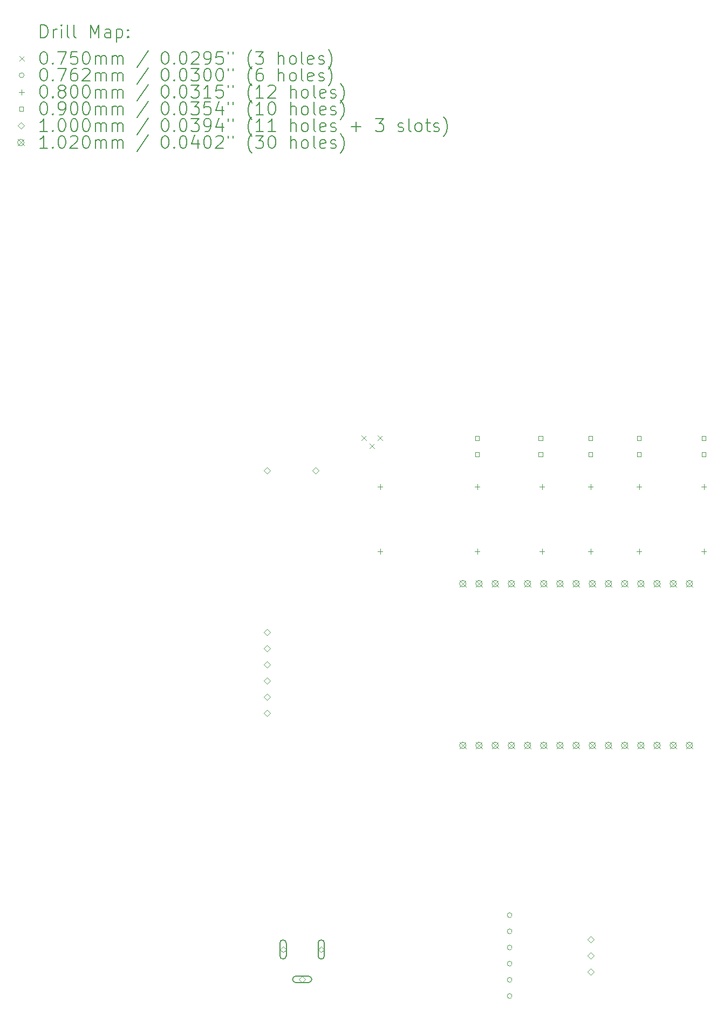
<source format=gbr>
%TF.GenerationSoftware,KiCad,Pcbnew,7.0.7*%
%TF.CreationDate,2023-11-04T11:15:37-05:00*%
%TF.ProjectId,proyectointroducci_n,70726f79-6563-4746-9f69-6e74726f6475,rev?*%
%TF.SameCoordinates,Original*%
%TF.FileFunction,Drillmap*%
%TF.FilePolarity,Positive*%
%FSLAX45Y45*%
G04 Gerber Fmt 4.5, Leading zero omitted, Abs format (unit mm)*
G04 Created by KiCad (PCBNEW 7.0.7) date 2023-11-04 11:15:37*
%MOMM*%
%LPD*%
G01*
G04 APERTURE LIST*
%ADD10C,0.200000*%
%ADD11C,0.075000*%
%ADD12C,0.076200*%
%ADD13C,0.080000*%
%ADD14C,0.090000*%
%ADD15C,0.100000*%
%ADD16C,0.102000*%
G04 APERTURE END LIST*
D10*
D11*
X5296500Y-6566500D02*
X5371500Y-6641500D01*
X5371500Y-6566500D02*
X5296500Y-6641500D01*
X5423500Y-6693500D02*
X5498500Y-6768500D01*
X5498500Y-6693500D02*
X5423500Y-6768500D01*
X5550500Y-6566500D02*
X5625500Y-6641500D01*
X5625500Y-6566500D02*
X5550500Y-6641500D01*
D12*
X7658100Y-14097000D02*
G75*
G03*
X7658100Y-14097000I-38100J0D01*
G01*
X7658100Y-14351000D02*
G75*
G03*
X7658100Y-14351000I-38100J0D01*
G01*
X7658100Y-14605000D02*
G75*
G03*
X7658100Y-14605000I-38100J0D01*
G01*
X7658100Y-14859000D02*
G75*
G03*
X7658100Y-14859000I-38100J0D01*
G01*
X7658100Y-15113000D02*
G75*
G03*
X7658100Y-15113000I-38100J0D01*
G01*
X7658100Y-15367000D02*
G75*
G03*
X7658100Y-15367000I-38100J0D01*
G01*
D13*
X5588000Y-7326000D02*
X5588000Y-7406000D01*
X5548000Y-7366000D02*
X5628000Y-7366000D01*
X5588000Y-8342000D02*
X5588000Y-8422000D01*
X5548000Y-8382000D02*
X5628000Y-8382000D01*
X7112000Y-7326000D02*
X7112000Y-7406000D01*
X7072000Y-7366000D02*
X7152000Y-7366000D01*
X7112000Y-8342000D02*
X7112000Y-8422000D01*
X7072000Y-8382000D02*
X7152000Y-8382000D01*
X8128000Y-7326000D02*
X8128000Y-7406000D01*
X8088000Y-7366000D02*
X8168000Y-7366000D01*
X8128000Y-8342000D02*
X8128000Y-8422000D01*
X8088000Y-8382000D02*
X8168000Y-8382000D01*
X8890000Y-7326000D02*
X8890000Y-7406000D01*
X8850000Y-7366000D02*
X8930000Y-7366000D01*
X8890000Y-8342000D02*
X8890000Y-8422000D01*
X8850000Y-8382000D02*
X8930000Y-8382000D01*
X9652000Y-7326000D02*
X9652000Y-7406000D01*
X9612000Y-7366000D02*
X9692000Y-7366000D01*
X9652000Y-8342000D02*
X9652000Y-8422000D01*
X9612000Y-8382000D02*
X9692000Y-8382000D01*
X10668000Y-7326000D02*
X10668000Y-7406000D01*
X10628000Y-7366000D02*
X10708000Y-7366000D01*
X10668000Y-8342000D02*
X10668000Y-8422000D01*
X10628000Y-8382000D02*
X10708000Y-8382000D01*
D14*
X7143820Y-6635820D02*
X7143820Y-6572180D01*
X7080180Y-6572180D01*
X7080180Y-6635820D01*
X7143820Y-6635820D01*
X7143820Y-6889820D02*
X7143820Y-6826180D01*
X7080180Y-6826180D01*
X7080180Y-6889820D01*
X7143820Y-6889820D01*
X8138820Y-6635820D02*
X8138820Y-6572180D01*
X8075180Y-6572180D01*
X8075180Y-6635820D01*
X8138820Y-6635820D01*
X8138820Y-6889820D02*
X8138820Y-6826180D01*
X8075180Y-6826180D01*
X8075180Y-6889820D01*
X8138820Y-6889820D01*
X8921820Y-6635820D02*
X8921820Y-6572180D01*
X8858180Y-6572180D01*
X8858180Y-6635820D01*
X8921820Y-6635820D01*
X8921820Y-6889820D02*
X8921820Y-6826180D01*
X8858180Y-6826180D01*
X8858180Y-6889820D01*
X8921820Y-6889820D01*
X9683820Y-6635820D02*
X9683820Y-6572180D01*
X9620180Y-6572180D01*
X9620180Y-6635820D01*
X9683820Y-6635820D01*
X9683820Y-6889820D02*
X9683820Y-6826180D01*
X9620180Y-6826180D01*
X9620180Y-6889820D01*
X9683820Y-6889820D01*
X10699820Y-6635820D02*
X10699820Y-6572180D01*
X10636180Y-6572180D01*
X10636180Y-6635820D01*
X10699820Y-6635820D01*
X10699820Y-6889820D02*
X10699820Y-6826180D01*
X10636180Y-6826180D01*
X10636180Y-6889820D01*
X10699820Y-6889820D01*
D15*
X3810000Y-9702000D02*
X3860000Y-9652000D01*
X3810000Y-9602000D01*
X3760000Y-9652000D01*
X3810000Y-9702000D01*
X3810000Y-9956000D02*
X3860000Y-9906000D01*
X3810000Y-9856000D01*
X3760000Y-9906000D01*
X3810000Y-9956000D01*
X3810000Y-10210000D02*
X3860000Y-10160000D01*
X3810000Y-10110000D01*
X3760000Y-10160000D01*
X3810000Y-10210000D01*
X3810000Y-10464000D02*
X3860000Y-10414000D01*
X3810000Y-10364000D01*
X3760000Y-10414000D01*
X3810000Y-10464000D01*
X3810000Y-10718000D02*
X3860000Y-10668000D01*
X3810000Y-10618000D01*
X3760000Y-10668000D01*
X3810000Y-10718000D01*
X3810000Y-10972000D02*
X3860000Y-10922000D01*
X3810000Y-10872000D01*
X3760000Y-10922000D01*
X3810000Y-10972000D01*
X3812000Y-7162000D02*
X3862000Y-7112000D01*
X3812000Y-7062000D01*
X3762000Y-7112000D01*
X3812000Y-7162000D01*
X4064000Y-14686250D02*
X4114000Y-14636250D01*
X4064000Y-14586250D01*
X4014000Y-14636250D01*
X4064000Y-14686250D01*
D10*
X4014000Y-14536250D02*
X4014000Y-14736250D01*
X4014000Y-14736250D02*
G75*
G03*
X4114000Y-14736250I50000J0D01*
G01*
X4114000Y-14736250D02*
X4114000Y-14536250D01*
X4114000Y-14536250D02*
G75*
G03*
X4014000Y-14536250I-50000J0D01*
G01*
D15*
X4364000Y-15156250D02*
X4414000Y-15106250D01*
X4364000Y-15056250D01*
X4314000Y-15106250D01*
X4364000Y-15156250D01*
D10*
X4264000Y-15156250D02*
X4464000Y-15156250D01*
X4464000Y-15156250D02*
G75*
G03*
X4464000Y-15056250I0J50000D01*
G01*
X4464000Y-15056250D02*
X4264000Y-15056250D01*
X4264000Y-15056250D02*
G75*
G03*
X4264000Y-15156250I0J-50000D01*
G01*
D15*
X4572000Y-7162000D02*
X4622000Y-7112000D01*
X4572000Y-7062000D01*
X4522000Y-7112000D01*
X4572000Y-7162000D01*
X4664000Y-14686250D02*
X4714000Y-14636250D01*
X4664000Y-14586250D01*
X4614000Y-14636250D01*
X4664000Y-14686250D01*
D10*
X4614000Y-14536250D02*
X4614000Y-14736250D01*
X4614000Y-14736250D02*
G75*
G03*
X4714000Y-14736250I50000J0D01*
G01*
X4714000Y-14736250D02*
X4714000Y-14536250D01*
X4714000Y-14536250D02*
G75*
G03*
X4614000Y-14536250I-50000J0D01*
G01*
D15*
X8890000Y-14528000D02*
X8940000Y-14478000D01*
X8890000Y-14428000D01*
X8840000Y-14478000D01*
X8890000Y-14528000D01*
X8890000Y-14782000D02*
X8940000Y-14732000D01*
X8890000Y-14682000D01*
X8840000Y-14732000D01*
X8890000Y-14782000D01*
X8890000Y-15036000D02*
X8940000Y-14986000D01*
X8890000Y-14936000D01*
X8840000Y-14986000D01*
X8890000Y-15036000D01*
D16*
X6834500Y-8839000D02*
X6936500Y-8941000D01*
X6936500Y-8839000D02*
X6834500Y-8941000D01*
X6936500Y-8890000D02*
G75*
G03*
X6936500Y-8890000I-51000J0D01*
G01*
X6834500Y-11379000D02*
X6936500Y-11481000D01*
X6936500Y-11379000D02*
X6834500Y-11481000D01*
X6936500Y-11430000D02*
G75*
G03*
X6936500Y-11430000I-51000J0D01*
G01*
X7088500Y-8839000D02*
X7190500Y-8941000D01*
X7190500Y-8839000D02*
X7088500Y-8941000D01*
X7190500Y-8890000D02*
G75*
G03*
X7190500Y-8890000I-51000J0D01*
G01*
X7088500Y-11379000D02*
X7190500Y-11481000D01*
X7190500Y-11379000D02*
X7088500Y-11481000D01*
X7190500Y-11430000D02*
G75*
G03*
X7190500Y-11430000I-51000J0D01*
G01*
X7342500Y-8839000D02*
X7444500Y-8941000D01*
X7444500Y-8839000D02*
X7342500Y-8941000D01*
X7444500Y-8890000D02*
G75*
G03*
X7444500Y-8890000I-51000J0D01*
G01*
X7342500Y-11379000D02*
X7444500Y-11481000D01*
X7444500Y-11379000D02*
X7342500Y-11481000D01*
X7444500Y-11430000D02*
G75*
G03*
X7444500Y-11430000I-51000J0D01*
G01*
X7596500Y-8839000D02*
X7698500Y-8941000D01*
X7698500Y-8839000D02*
X7596500Y-8941000D01*
X7698500Y-8890000D02*
G75*
G03*
X7698500Y-8890000I-51000J0D01*
G01*
X7596500Y-11379000D02*
X7698500Y-11481000D01*
X7698500Y-11379000D02*
X7596500Y-11481000D01*
X7698500Y-11430000D02*
G75*
G03*
X7698500Y-11430000I-51000J0D01*
G01*
X7850500Y-8839000D02*
X7952500Y-8941000D01*
X7952500Y-8839000D02*
X7850500Y-8941000D01*
X7952500Y-8890000D02*
G75*
G03*
X7952500Y-8890000I-51000J0D01*
G01*
X7850500Y-11379000D02*
X7952500Y-11481000D01*
X7952500Y-11379000D02*
X7850500Y-11481000D01*
X7952500Y-11430000D02*
G75*
G03*
X7952500Y-11430000I-51000J0D01*
G01*
X8104500Y-8839000D02*
X8206500Y-8941000D01*
X8206500Y-8839000D02*
X8104500Y-8941000D01*
X8206500Y-8890000D02*
G75*
G03*
X8206500Y-8890000I-51000J0D01*
G01*
X8104500Y-11379000D02*
X8206500Y-11481000D01*
X8206500Y-11379000D02*
X8104500Y-11481000D01*
X8206500Y-11430000D02*
G75*
G03*
X8206500Y-11430000I-51000J0D01*
G01*
X8358500Y-8839000D02*
X8460500Y-8941000D01*
X8460500Y-8839000D02*
X8358500Y-8941000D01*
X8460500Y-8890000D02*
G75*
G03*
X8460500Y-8890000I-51000J0D01*
G01*
X8358500Y-11379000D02*
X8460500Y-11481000D01*
X8460500Y-11379000D02*
X8358500Y-11481000D01*
X8460500Y-11430000D02*
G75*
G03*
X8460500Y-11430000I-51000J0D01*
G01*
X8612500Y-8839000D02*
X8714500Y-8941000D01*
X8714500Y-8839000D02*
X8612500Y-8941000D01*
X8714500Y-8890000D02*
G75*
G03*
X8714500Y-8890000I-51000J0D01*
G01*
X8612500Y-11379000D02*
X8714500Y-11481000D01*
X8714500Y-11379000D02*
X8612500Y-11481000D01*
X8714500Y-11430000D02*
G75*
G03*
X8714500Y-11430000I-51000J0D01*
G01*
X8866500Y-8839000D02*
X8968500Y-8941000D01*
X8968500Y-8839000D02*
X8866500Y-8941000D01*
X8968500Y-8890000D02*
G75*
G03*
X8968500Y-8890000I-51000J0D01*
G01*
X8866500Y-11379000D02*
X8968500Y-11481000D01*
X8968500Y-11379000D02*
X8866500Y-11481000D01*
X8968500Y-11430000D02*
G75*
G03*
X8968500Y-11430000I-51000J0D01*
G01*
X9120500Y-8839000D02*
X9222500Y-8941000D01*
X9222500Y-8839000D02*
X9120500Y-8941000D01*
X9222500Y-8890000D02*
G75*
G03*
X9222500Y-8890000I-51000J0D01*
G01*
X9120500Y-11379000D02*
X9222500Y-11481000D01*
X9222500Y-11379000D02*
X9120500Y-11481000D01*
X9222500Y-11430000D02*
G75*
G03*
X9222500Y-11430000I-51000J0D01*
G01*
X9374500Y-8839000D02*
X9476500Y-8941000D01*
X9476500Y-8839000D02*
X9374500Y-8941000D01*
X9476500Y-8890000D02*
G75*
G03*
X9476500Y-8890000I-51000J0D01*
G01*
X9374500Y-11379000D02*
X9476500Y-11481000D01*
X9476500Y-11379000D02*
X9374500Y-11481000D01*
X9476500Y-11430000D02*
G75*
G03*
X9476500Y-11430000I-51000J0D01*
G01*
X9628500Y-8839000D02*
X9730500Y-8941000D01*
X9730500Y-8839000D02*
X9628500Y-8941000D01*
X9730500Y-8890000D02*
G75*
G03*
X9730500Y-8890000I-51000J0D01*
G01*
X9628500Y-11379000D02*
X9730500Y-11481000D01*
X9730500Y-11379000D02*
X9628500Y-11481000D01*
X9730500Y-11430000D02*
G75*
G03*
X9730500Y-11430000I-51000J0D01*
G01*
X9882500Y-8839000D02*
X9984500Y-8941000D01*
X9984500Y-8839000D02*
X9882500Y-8941000D01*
X9984500Y-8890000D02*
G75*
G03*
X9984500Y-8890000I-51000J0D01*
G01*
X9882500Y-11379000D02*
X9984500Y-11481000D01*
X9984500Y-11379000D02*
X9882500Y-11481000D01*
X9984500Y-11430000D02*
G75*
G03*
X9984500Y-11430000I-51000J0D01*
G01*
X10136500Y-8839000D02*
X10238500Y-8941000D01*
X10238500Y-8839000D02*
X10136500Y-8941000D01*
X10238500Y-8890000D02*
G75*
G03*
X10238500Y-8890000I-51000J0D01*
G01*
X10136500Y-11379000D02*
X10238500Y-11481000D01*
X10238500Y-11379000D02*
X10136500Y-11481000D01*
X10238500Y-11430000D02*
G75*
G03*
X10238500Y-11430000I-51000J0D01*
G01*
X10390500Y-8839000D02*
X10492500Y-8941000D01*
X10492500Y-8839000D02*
X10390500Y-8941000D01*
X10492500Y-8890000D02*
G75*
G03*
X10492500Y-8890000I-51000J0D01*
G01*
X10390500Y-11379000D02*
X10492500Y-11481000D01*
X10492500Y-11379000D02*
X10390500Y-11481000D01*
X10492500Y-11430000D02*
G75*
G03*
X10492500Y-11430000I-51000J0D01*
G01*
D10*
X260777Y-311484D02*
X260777Y-111484D01*
X260777Y-111484D02*
X308396Y-111484D01*
X308396Y-111484D02*
X336967Y-121008D01*
X336967Y-121008D02*
X356015Y-140055D01*
X356015Y-140055D02*
X365539Y-159103D01*
X365539Y-159103D02*
X375062Y-197198D01*
X375062Y-197198D02*
X375062Y-225769D01*
X375062Y-225769D02*
X365539Y-263865D01*
X365539Y-263865D02*
X356015Y-282912D01*
X356015Y-282912D02*
X336967Y-301960D01*
X336967Y-301960D02*
X308396Y-311484D01*
X308396Y-311484D02*
X260777Y-311484D01*
X460777Y-311484D02*
X460777Y-178150D01*
X460777Y-216246D02*
X470301Y-197198D01*
X470301Y-197198D02*
X479824Y-187674D01*
X479824Y-187674D02*
X498872Y-178150D01*
X498872Y-178150D02*
X517920Y-178150D01*
X584586Y-311484D02*
X584586Y-178150D01*
X584586Y-111484D02*
X575063Y-121008D01*
X575063Y-121008D02*
X584586Y-130531D01*
X584586Y-130531D02*
X594110Y-121008D01*
X594110Y-121008D02*
X584586Y-111484D01*
X584586Y-111484D02*
X584586Y-130531D01*
X708396Y-311484D02*
X689348Y-301960D01*
X689348Y-301960D02*
X679824Y-282912D01*
X679824Y-282912D02*
X679824Y-111484D01*
X813158Y-311484D02*
X794110Y-301960D01*
X794110Y-301960D02*
X784586Y-282912D01*
X784586Y-282912D02*
X784586Y-111484D01*
X1041729Y-311484D02*
X1041729Y-111484D01*
X1041729Y-111484D02*
X1108396Y-254341D01*
X1108396Y-254341D02*
X1175063Y-111484D01*
X1175063Y-111484D02*
X1175063Y-311484D01*
X1356015Y-311484D02*
X1356015Y-206722D01*
X1356015Y-206722D02*
X1346491Y-187674D01*
X1346491Y-187674D02*
X1327444Y-178150D01*
X1327444Y-178150D02*
X1289348Y-178150D01*
X1289348Y-178150D02*
X1270301Y-187674D01*
X1356015Y-301960D02*
X1336967Y-311484D01*
X1336967Y-311484D02*
X1289348Y-311484D01*
X1289348Y-311484D02*
X1270301Y-301960D01*
X1270301Y-301960D02*
X1260777Y-282912D01*
X1260777Y-282912D02*
X1260777Y-263865D01*
X1260777Y-263865D02*
X1270301Y-244817D01*
X1270301Y-244817D02*
X1289348Y-235293D01*
X1289348Y-235293D02*
X1336967Y-235293D01*
X1336967Y-235293D02*
X1356015Y-225769D01*
X1451253Y-178150D02*
X1451253Y-378150D01*
X1451253Y-187674D02*
X1470301Y-178150D01*
X1470301Y-178150D02*
X1508396Y-178150D01*
X1508396Y-178150D02*
X1527443Y-187674D01*
X1527443Y-187674D02*
X1536967Y-197198D01*
X1536967Y-197198D02*
X1546491Y-216246D01*
X1546491Y-216246D02*
X1546491Y-273389D01*
X1546491Y-273389D02*
X1536967Y-292436D01*
X1536967Y-292436D02*
X1527443Y-301960D01*
X1527443Y-301960D02*
X1508396Y-311484D01*
X1508396Y-311484D02*
X1470301Y-311484D01*
X1470301Y-311484D02*
X1451253Y-301960D01*
X1632205Y-292436D02*
X1641729Y-301960D01*
X1641729Y-301960D02*
X1632205Y-311484D01*
X1632205Y-311484D02*
X1622682Y-301960D01*
X1622682Y-301960D02*
X1632205Y-292436D01*
X1632205Y-292436D02*
X1632205Y-311484D01*
X1632205Y-187674D02*
X1641729Y-197198D01*
X1641729Y-197198D02*
X1632205Y-206722D01*
X1632205Y-206722D02*
X1622682Y-197198D01*
X1622682Y-197198D02*
X1632205Y-187674D01*
X1632205Y-187674D02*
X1632205Y-206722D01*
D11*
X-75000Y-602500D02*
X0Y-677500D01*
X0Y-602500D02*
X-75000Y-677500D01*
D10*
X298872Y-531484D02*
X317920Y-531484D01*
X317920Y-531484D02*
X336967Y-541008D01*
X336967Y-541008D02*
X346491Y-550531D01*
X346491Y-550531D02*
X356015Y-569579D01*
X356015Y-569579D02*
X365539Y-607674D01*
X365539Y-607674D02*
X365539Y-655293D01*
X365539Y-655293D02*
X356015Y-693389D01*
X356015Y-693389D02*
X346491Y-712436D01*
X346491Y-712436D02*
X336967Y-721960D01*
X336967Y-721960D02*
X317920Y-731484D01*
X317920Y-731484D02*
X298872Y-731484D01*
X298872Y-731484D02*
X279824Y-721960D01*
X279824Y-721960D02*
X270301Y-712436D01*
X270301Y-712436D02*
X260777Y-693389D01*
X260777Y-693389D02*
X251253Y-655293D01*
X251253Y-655293D02*
X251253Y-607674D01*
X251253Y-607674D02*
X260777Y-569579D01*
X260777Y-569579D02*
X270301Y-550531D01*
X270301Y-550531D02*
X279824Y-541008D01*
X279824Y-541008D02*
X298872Y-531484D01*
X451253Y-712436D02*
X460777Y-721960D01*
X460777Y-721960D02*
X451253Y-731484D01*
X451253Y-731484D02*
X441729Y-721960D01*
X441729Y-721960D02*
X451253Y-712436D01*
X451253Y-712436D02*
X451253Y-731484D01*
X527444Y-531484D02*
X660777Y-531484D01*
X660777Y-531484D02*
X575063Y-731484D01*
X832205Y-531484D02*
X736967Y-531484D01*
X736967Y-531484D02*
X727443Y-626722D01*
X727443Y-626722D02*
X736967Y-617198D01*
X736967Y-617198D02*
X756015Y-607674D01*
X756015Y-607674D02*
X803634Y-607674D01*
X803634Y-607674D02*
X822682Y-617198D01*
X822682Y-617198D02*
X832205Y-626722D01*
X832205Y-626722D02*
X841729Y-645770D01*
X841729Y-645770D02*
X841729Y-693389D01*
X841729Y-693389D02*
X832205Y-712436D01*
X832205Y-712436D02*
X822682Y-721960D01*
X822682Y-721960D02*
X803634Y-731484D01*
X803634Y-731484D02*
X756015Y-731484D01*
X756015Y-731484D02*
X736967Y-721960D01*
X736967Y-721960D02*
X727443Y-712436D01*
X965539Y-531484D02*
X984586Y-531484D01*
X984586Y-531484D02*
X1003634Y-541008D01*
X1003634Y-541008D02*
X1013158Y-550531D01*
X1013158Y-550531D02*
X1022682Y-569579D01*
X1022682Y-569579D02*
X1032205Y-607674D01*
X1032205Y-607674D02*
X1032205Y-655293D01*
X1032205Y-655293D02*
X1022682Y-693389D01*
X1022682Y-693389D02*
X1013158Y-712436D01*
X1013158Y-712436D02*
X1003634Y-721960D01*
X1003634Y-721960D02*
X984586Y-731484D01*
X984586Y-731484D02*
X965539Y-731484D01*
X965539Y-731484D02*
X946491Y-721960D01*
X946491Y-721960D02*
X936967Y-712436D01*
X936967Y-712436D02*
X927443Y-693389D01*
X927443Y-693389D02*
X917920Y-655293D01*
X917920Y-655293D02*
X917920Y-607674D01*
X917920Y-607674D02*
X927443Y-569579D01*
X927443Y-569579D02*
X936967Y-550531D01*
X936967Y-550531D02*
X946491Y-541008D01*
X946491Y-541008D02*
X965539Y-531484D01*
X1117920Y-731484D02*
X1117920Y-598150D01*
X1117920Y-617198D02*
X1127444Y-607674D01*
X1127444Y-607674D02*
X1146491Y-598150D01*
X1146491Y-598150D02*
X1175063Y-598150D01*
X1175063Y-598150D02*
X1194110Y-607674D01*
X1194110Y-607674D02*
X1203634Y-626722D01*
X1203634Y-626722D02*
X1203634Y-731484D01*
X1203634Y-626722D02*
X1213158Y-607674D01*
X1213158Y-607674D02*
X1232205Y-598150D01*
X1232205Y-598150D02*
X1260777Y-598150D01*
X1260777Y-598150D02*
X1279825Y-607674D01*
X1279825Y-607674D02*
X1289348Y-626722D01*
X1289348Y-626722D02*
X1289348Y-731484D01*
X1384586Y-731484D02*
X1384586Y-598150D01*
X1384586Y-617198D02*
X1394110Y-607674D01*
X1394110Y-607674D02*
X1413158Y-598150D01*
X1413158Y-598150D02*
X1441729Y-598150D01*
X1441729Y-598150D02*
X1460777Y-607674D01*
X1460777Y-607674D02*
X1470301Y-626722D01*
X1470301Y-626722D02*
X1470301Y-731484D01*
X1470301Y-626722D02*
X1479824Y-607674D01*
X1479824Y-607674D02*
X1498872Y-598150D01*
X1498872Y-598150D02*
X1527443Y-598150D01*
X1527443Y-598150D02*
X1546491Y-607674D01*
X1546491Y-607674D02*
X1556015Y-626722D01*
X1556015Y-626722D02*
X1556015Y-731484D01*
X1946491Y-521960D02*
X1775063Y-779103D01*
X2203634Y-531484D02*
X2222682Y-531484D01*
X2222682Y-531484D02*
X2241729Y-541008D01*
X2241729Y-541008D02*
X2251253Y-550531D01*
X2251253Y-550531D02*
X2260777Y-569579D01*
X2260777Y-569579D02*
X2270301Y-607674D01*
X2270301Y-607674D02*
X2270301Y-655293D01*
X2270301Y-655293D02*
X2260777Y-693389D01*
X2260777Y-693389D02*
X2251253Y-712436D01*
X2251253Y-712436D02*
X2241729Y-721960D01*
X2241729Y-721960D02*
X2222682Y-731484D01*
X2222682Y-731484D02*
X2203634Y-731484D01*
X2203634Y-731484D02*
X2184587Y-721960D01*
X2184587Y-721960D02*
X2175063Y-712436D01*
X2175063Y-712436D02*
X2165539Y-693389D01*
X2165539Y-693389D02*
X2156015Y-655293D01*
X2156015Y-655293D02*
X2156015Y-607674D01*
X2156015Y-607674D02*
X2165539Y-569579D01*
X2165539Y-569579D02*
X2175063Y-550531D01*
X2175063Y-550531D02*
X2184587Y-541008D01*
X2184587Y-541008D02*
X2203634Y-531484D01*
X2356015Y-712436D02*
X2365539Y-721960D01*
X2365539Y-721960D02*
X2356015Y-731484D01*
X2356015Y-731484D02*
X2346491Y-721960D01*
X2346491Y-721960D02*
X2356015Y-712436D01*
X2356015Y-712436D02*
X2356015Y-731484D01*
X2489348Y-531484D02*
X2508396Y-531484D01*
X2508396Y-531484D02*
X2527444Y-541008D01*
X2527444Y-541008D02*
X2536968Y-550531D01*
X2536968Y-550531D02*
X2546491Y-569579D01*
X2546491Y-569579D02*
X2556015Y-607674D01*
X2556015Y-607674D02*
X2556015Y-655293D01*
X2556015Y-655293D02*
X2546491Y-693389D01*
X2546491Y-693389D02*
X2536968Y-712436D01*
X2536968Y-712436D02*
X2527444Y-721960D01*
X2527444Y-721960D02*
X2508396Y-731484D01*
X2508396Y-731484D02*
X2489348Y-731484D01*
X2489348Y-731484D02*
X2470301Y-721960D01*
X2470301Y-721960D02*
X2460777Y-712436D01*
X2460777Y-712436D02*
X2451253Y-693389D01*
X2451253Y-693389D02*
X2441729Y-655293D01*
X2441729Y-655293D02*
X2441729Y-607674D01*
X2441729Y-607674D02*
X2451253Y-569579D01*
X2451253Y-569579D02*
X2460777Y-550531D01*
X2460777Y-550531D02*
X2470301Y-541008D01*
X2470301Y-541008D02*
X2489348Y-531484D01*
X2632206Y-550531D02*
X2641729Y-541008D01*
X2641729Y-541008D02*
X2660777Y-531484D01*
X2660777Y-531484D02*
X2708396Y-531484D01*
X2708396Y-531484D02*
X2727444Y-541008D01*
X2727444Y-541008D02*
X2736968Y-550531D01*
X2736968Y-550531D02*
X2746491Y-569579D01*
X2746491Y-569579D02*
X2746491Y-588627D01*
X2746491Y-588627D02*
X2736968Y-617198D01*
X2736968Y-617198D02*
X2622682Y-731484D01*
X2622682Y-731484D02*
X2746491Y-731484D01*
X2841729Y-731484D02*
X2879825Y-731484D01*
X2879825Y-731484D02*
X2898872Y-721960D01*
X2898872Y-721960D02*
X2908396Y-712436D01*
X2908396Y-712436D02*
X2927444Y-683865D01*
X2927444Y-683865D02*
X2936967Y-645770D01*
X2936967Y-645770D02*
X2936967Y-569579D01*
X2936967Y-569579D02*
X2927444Y-550531D01*
X2927444Y-550531D02*
X2917920Y-541008D01*
X2917920Y-541008D02*
X2898872Y-531484D01*
X2898872Y-531484D02*
X2860777Y-531484D01*
X2860777Y-531484D02*
X2841729Y-541008D01*
X2841729Y-541008D02*
X2832206Y-550531D01*
X2832206Y-550531D02*
X2822682Y-569579D01*
X2822682Y-569579D02*
X2822682Y-617198D01*
X2822682Y-617198D02*
X2832206Y-636246D01*
X2832206Y-636246D02*
X2841729Y-645770D01*
X2841729Y-645770D02*
X2860777Y-655293D01*
X2860777Y-655293D02*
X2898872Y-655293D01*
X2898872Y-655293D02*
X2917920Y-645770D01*
X2917920Y-645770D02*
X2927444Y-636246D01*
X2927444Y-636246D02*
X2936967Y-617198D01*
X3117920Y-531484D02*
X3022682Y-531484D01*
X3022682Y-531484D02*
X3013158Y-626722D01*
X3013158Y-626722D02*
X3022682Y-617198D01*
X3022682Y-617198D02*
X3041729Y-607674D01*
X3041729Y-607674D02*
X3089348Y-607674D01*
X3089348Y-607674D02*
X3108396Y-617198D01*
X3108396Y-617198D02*
X3117920Y-626722D01*
X3117920Y-626722D02*
X3127444Y-645770D01*
X3127444Y-645770D02*
X3127444Y-693389D01*
X3127444Y-693389D02*
X3117920Y-712436D01*
X3117920Y-712436D02*
X3108396Y-721960D01*
X3108396Y-721960D02*
X3089348Y-731484D01*
X3089348Y-731484D02*
X3041729Y-731484D01*
X3041729Y-731484D02*
X3022682Y-721960D01*
X3022682Y-721960D02*
X3013158Y-712436D01*
X3203634Y-531484D02*
X3203634Y-569579D01*
X3279825Y-531484D02*
X3279825Y-569579D01*
X3575063Y-807674D02*
X3565539Y-798150D01*
X3565539Y-798150D02*
X3546491Y-769579D01*
X3546491Y-769579D02*
X3536968Y-750531D01*
X3536968Y-750531D02*
X3527444Y-721960D01*
X3527444Y-721960D02*
X3517920Y-674341D01*
X3517920Y-674341D02*
X3517920Y-636246D01*
X3517920Y-636246D02*
X3527444Y-588627D01*
X3527444Y-588627D02*
X3536968Y-560055D01*
X3536968Y-560055D02*
X3546491Y-541008D01*
X3546491Y-541008D02*
X3565539Y-512436D01*
X3565539Y-512436D02*
X3575063Y-502912D01*
X3632206Y-531484D02*
X3756015Y-531484D01*
X3756015Y-531484D02*
X3689348Y-607674D01*
X3689348Y-607674D02*
X3717920Y-607674D01*
X3717920Y-607674D02*
X3736968Y-617198D01*
X3736968Y-617198D02*
X3746491Y-626722D01*
X3746491Y-626722D02*
X3756015Y-645770D01*
X3756015Y-645770D02*
X3756015Y-693389D01*
X3756015Y-693389D02*
X3746491Y-712436D01*
X3746491Y-712436D02*
X3736968Y-721960D01*
X3736968Y-721960D02*
X3717920Y-731484D01*
X3717920Y-731484D02*
X3660777Y-731484D01*
X3660777Y-731484D02*
X3641729Y-721960D01*
X3641729Y-721960D02*
X3632206Y-712436D01*
X3994110Y-731484D02*
X3994110Y-531484D01*
X4079825Y-731484D02*
X4079825Y-626722D01*
X4079825Y-626722D02*
X4070301Y-607674D01*
X4070301Y-607674D02*
X4051253Y-598150D01*
X4051253Y-598150D02*
X4022682Y-598150D01*
X4022682Y-598150D02*
X4003634Y-607674D01*
X4003634Y-607674D02*
X3994110Y-617198D01*
X4203634Y-731484D02*
X4184587Y-721960D01*
X4184587Y-721960D02*
X4175063Y-712436D01*
X4175063Y-712436D02*
X4165539Y-693389D01*
X4165539Y-693389D02*
X4165539Y-636246D01*
X4165539Y-636246D02*
X4175063Y-617198D01*
X4175063Y-617198D02*
X4184587Y-607674D01*
X4184587Y-607674D02*
X4203634Y-598150D01*
X4203634Y-598150D02*
X4232206Y-598150D01*
X4232206Y-598150D02*
X4251253Y-607674D01*
X4251253Y-607674D02*
X4260777Y-617198D01*
X4260777Y-617198D02*
X4270301Y-636246D01*
X4270301Y-636246D02*
X4270301Y-693389D01*
X4270301Y-693389D02*
X4260777Y-712436D01*
X4260777Y-712436D02*
X4251253Y-721960D01*
X4251253Y-721960D02*
X4232206Y-731484D01*
X4232206Y-731484D02*
X4203634Y-731484D01*
X4384587Y-731484D02*
X4365539Y-721960D01*
X4365539Y-721960D02*
X4356015Y-702912D01*
X4356015Y-702912D02*
X4356015Y-531484D01*
X4536968Y-721960D02*
X4517920Y-731484D01*
X4517920Y-731484D02*
X4479825Y-731484D01*
X4479825Y-731484D02*
X4460777Y-721960D01*
X4460777Y-721960D02*
X4451253Y-702912D01*
X4451253Y-702912D02*
X4451253Y-626722D01*
X4451253Y-626722D02*
X4460777Y-607674D01*
X4460777Y-607674D02*
X4479825Y-598150D01*
X4479825Y-598150D02*
X4517920Y-598150D01*
X4517920Y-598150D02*
X4536968Y-607674D01*
X4536968Y-607674D02*
X4546492Y-626722D01*
X4546492Y-626722D02*
X4546492Y-645770D01*
X4546492Y-645770D02*
X4451253Y-664817D01*
X4622682Y-721960D02*
X4641730Y-731484D01*
X4641730Y-731484D02*
X4679825Y-731484D01*
X4679825Y-731484D02*
X4698873Y-721960D01*
X4698873Y-721960D02*
X4708396Y-702912D01*
X4708396Y-702912D02*
X4708396Y-693389D01*
X4708396Y-693389D02*
X4698873Y-674341D01*
X4698873Y-674341D02*
X4679825Y-664817D01*
X4679825Y-664817D02*
X4651253Y-664817D01*
X4651253Y-664817D02*
X4632206Y-655293D01*
X4632206Y-655293D02*
X4622682Y-636246D01*
X4622682Y-636246D02*
X4622682Y-626722D01*
X4622682Y-626722D02*
X4632206Y-607674D01*
X4632206Y-607674D02*
X4651253Y-598150D01*
X4651253Y-598150D02*
X4679825Y-598150D01*
X4679825Y-598150D02*
X4698873Y-607674D01*
X4775063Y-807674D02*
X4784587Y-798150D01*
X4784587Y-798150D02*
X4803634Y-769579D01*
X4803634Y-769579D02*
X4813158Y-750531D01*
X4813158Y-750531D02*
X4822682Y-721960D01*
X4822682Y-721960D02*
X4832206Y-674341D01*
X4832206Y-674341D02*
X4832206Y-636246D01*
X4832206Y-636246D02*
X4822682Y-588627D01*
X4822682Y-588627D02*
X4813158Y-560055D01*
X4813158Y-560055D02*
X4803634Y-541008D01*
X4803634Y-541008D02*
X4784587Y-512436D01*
X4784587Y-512436D02*
X4775063Y-502912D01*
D12*
X0Y-904000D02*
G75*
G03*
X0Y-904000I-38100J0D01*
G01*
D10*
X298872Y-795484D02*
X317920Y-795484D01*
X317920Y-795484D02*
X336967Y-805008D01*
X336967Y-805008D02*
X346491Y-814531D01*
X346491Y-814531D02*
X356015Y-833579D01*
X356015Y-833579D02*
X365539Y-871674D01*
X365539Y-871674D02*
X365539Y-919293D01*
X365539Y-919293D02*
X356015Y-957388D01*
X356015Y-957388D02*
X346491Y-976436D01*
X346491Y-976436D02*
X336967Y-985960D01*
X336967Y-985960D02*
X317920Y-995484D01*
X317920Y-995484D02*
X298872Y-995484D01*
X298872Y-995484D02*
X279824Y-985960D01*
X279824Y-985960D02*
X270301Y-976436D01*
X270301Y-976436D02*
X260777Y-957388D01*
X260777Y-957388D02*
X251253Y-919293D01*
X251253Y-919293D02*
X251253Y-871674D01*
X251253Y-871674D02*
X260777Y-833579D01*
X260777Y-833579D02*
X270301Y-814531D01*
X270301Y-814531D02*
X279824Y-805008D01*
X279824Y-805008D02*
X298872Y-795484D01*
X451253Y-976436D02*
X460777Y-985960D01*
X460777Y-985960D02*
X451253Y-995484D01*
X451253Y-995484D02*
X441729Y-985960D01*
X441729Y-985960D02*
X451253Y-976436D01*
X451253Y-976436D02*
X451253Y-995484D01*
X527444Y-795484D02*
X660777Y-795484D01*
X660777Y-795484D02*
X575063Y-995484D01*
X822682Y-795484D02*
X784586Y-795484D01*
X784586Y-795484D02*
X765539Y-805008D01*
X765539Y-805008D02*
X756015Y-814531D01*
X756015Y-814531D02*
X736967Y-843103D01*
X736967Y-843103D02*
X727443Y-881198D01*
X727443Y-881198D02*
X727443Y-957388D01*
X727443Y-957388D02*
X736967Y-976436D01*
X736967Y-976436D02*
X746491Y-985960D01*
X746491Y-985960D02*
X765539Y-995484D01*
X765539Y-995484D02*
X803634Y-995484D01*
X803634Y-995484D02*
X822682Y-985960D01*
X822682Y-985960D02*
X832205Y-976436D01*
X832205Y-976436D02*
X841729Y-957388D01*
X841729Y-957388D02*
X841729Y-909769D01*
X841729Y-909769D02*
X832205Y-890722D01*
X832205Y-890722D02*
X822682Y-881198D01*
X822682Y-881198D02*
X803634Y-871674D01*
X803634Y-871674D02*
X765539Y-871674D01*
X765539Y-871674D02*
X746491Y-881198D01*
X746491Y-881198D02*
X736967Y-890722D01*
X736967Y-890722D02*
X727443Y-909769D01*
X917920Y-814531D02*
X927443Y-805008D01*
X927443Y-805008D02*
X946491Y-795484D01*
X946491Y-795484D02*
X994110Y-795484D01*
X994110Y-795484D02*
X1013158Y-805008D01*
X1013158Y-805008D02*
X1022682Y-814531D01*
X1022682Y-814531D02*
X1032205Y-833579D01*
X1032205Y-833579D02*
X1032205Y-852627D01*
X1032205Y-852627D02*
X1022682Y-881198D01*
X1022682Y-881198D02*
X908396Y-995484D01*
X908396Y-995484D02*
X1032205Y-995484D01*
X1117920Y-995484D02*
X1117920Y-862150D01*
X1117920Y-881198D02*
X1127444Y-871674D01*
X1127444Y-871674D02*
X1146491Y-862150D01*
X1146491Y-862150D02*
X1175063Y-862150D01*
X1175063Y-862150D02*
X1194110Y-871674D01*
X1194110Y-871674D02*
X1203634Y-890722D01*
X1203634Y-890722D02*
X1203634Y-995484D01*
X1203634Y-890722D02*
X1213158Y-871674D01*
X1213158Y-871674D02*
X1232205Y-862150D01*
X1232205Y-862150D02*
X1260777Y-862150D01*
X1260777Y-862150D02*
X1279825Y-871674D01*
X1279825Y-871674D02*
X1289348Y-890722D01*
X1289348Y-890722D02*
X1289348Y-995484D01*
X1384586Y-995484D02*
X1384586Y-862150D01*
X1384586Y-881198D02*
X1394110Y-871674D01*
X1394110Y-871674D02*
X1413158Y-862150D01*
X1413158Y-862150D02*
X1441729Y-862150D01*
X1441729Y-862150D02*
X1460777Y-871674D01*
X1460777Y-871674D02*
X1470301Y-890722D01*
X1470301Y-890722D02*
X1470301Y-995484D01*
X1470301Y-890722D02*
X1479824Y-871674D01*
X1479824Y-871674D02*
X1498872Y-862150D01*
X1498872Y-862150D02*
X1527443Y-862150D01*
X1527443Y-862150D02*
X1546491Y-871674D01*
X1546491Y-871674D02*
X1556015Y-890722D01*
X1556015Y-890722D02*
X1556015Y-995484D01*
X1946491Y-785960D02*
X1775063Y-1043103D01*
X2203634Y-795484D02*
X2222682Y-795484D01*
X2222682Y-795484D02*
X2241729Y-805008D01*
X2241729Y-805008D02*
X2251253Y-814531D01*
X2251253Y-814531D02*
X2260777Y-833579D01*
X2260777Y-833579D02*
X2270301Y-871674D01*
X2270301Y-871674D02*
X2270301Y-919293D01*
X2270301Y-919293D02*
X2260777Y-957388D01*
X2260777Y-957388D02*
X2251253Y-976436D01*
X2251253Y-976436D02*
X2241729Y-985960D01*
X2241729Y-985960D02*
X2222682Y-995484D01*
X2222682Y-995484D02*
X2203634Y-995484D01*
X2203634Y-995484D02*
X2184587Y-985960D01*
X2184587Y-985960D02*
X2175063Y-976436D01*
X2175063Y-976436D02*
X2165539Y-957388D01*
X2165539Y-957388D02*
X2156015Y-919293D01*
X2156015Y-919293D02*
X2156015Y-871674D01*
X2156015Y-871674D02*
X2165539Y-833579D01*
X2165539Y-833579D02*
X2175063Y-814531D01*
X2175063Y-814531D02*
X2184587Y-805008D01*
X2184587Y-805008D02*
X2203634Y-795484D01*
X2356015Y-976436D02*
X2365539Y-985960D01*
X2365539Y-985960D02*
X2356015Y-995484D01*
X2356015Y-995484D02*
X2346491Y-985960D01*
X2346491Y-985960D02*
X2356015Y-976436D01*
X2356015Y-976436D02*
X2356015Y-995484D01*
X2489348Y-795484D02*
X2508396Y-795484D01*
X2508396Y-795484D02*
X2527444Y-805008D01*
X2527444Y-805008D02*
X2536968Y-814531D01*
X2536968Y-814531D02*
X2546491Y-833579D01*
X2546491Y-833579D02*
X2556015Y-871674D01*
X2556015Y-871674D02*
X2556015Y-919293D01*
X2556015Y-919293D02*
X2546491Y-957388D01*
X2546491Y-957388D02*
X2536968Y-976436D01*
X2536968Y-976436D02*
X2527444Y-985960D01*
X2527444Y-985960D02*
X2508396Y-995484D01*
X2508396Y-995484D02*
X2489348Y-995484D01*
X2489348Y-995484D02*
X2470301Y-985960D01*
X2470301Y-985960D02*
X2460777Y-976436D01*
X2460777Y-976436D02*
X2451253Y-957388D01*
X2451253Y-957388D02*
X2441729Y-919293D01*
X2441729Y-919293D02*
X2441729Y-871674D01*
X2441729Y-871674D02*
X2451253Y-833579D01*
X2451253Y-833579D02*
X2460777Y-814531D01*
X2460777Y-814531D02*
X2470301Y-805008D01*
X2470301Y-805008D02*
X2489348Y-795484D01*
X2622682Y-795484D02*
X2746491Y-795484D01*
X2746491Y-795484D02*
X2679825Y-871674D01*
X2679825Y-871674D02*
X2708396Y-871674D01*
X2708396Y-871674D02*
X2727444Y-881198D01*
X2727444Y-881198D02*
X2736968Y-890722D01*
X2736968Y-890722D02*
X2746491Y-909769D01*
X2746491Y-909769D02*
X2746491Y-957388D01*
X2746491Y-957388D02*
X2736968Y-976436D01*
X2736968Y-976436D02*
X2727444Y-985960D01*
X2727444Y-985960D02*
X2708396Y-995484D01*
X2708396Y-995484D02*
X2651253Y-995484D01*
X2651253Y-995484D02*
X2632206Y-985960D01*
X2632206Y-985960D02*
X2622682Y-976436D01*
X2870301Y-795484D02*
X2889348Y-795484D01*
X2889348Y-795484D02*
X2908396Y-805008D01*
X2908396Y-805008D02*
X2917920Y-814531D01*
X2917920Y-814531D02*
X2927444Y-833579D01*
X2927444Y-833579D02*
X2936967Y-871674D01*
X2936967Y-871674D02*
X2936967Y-919293D01*
X2936967Y-919293D02*
X2927444Y-957388D01*
X2927444Y-957388D02*
X2917920Y-976436D01*
X2917920Y-976436D02*
X2908396Y-985960D01*
X2908396Y-985960D02*
X2889348Y-995484D01*
X2889348Y-995484D02*
X2870301Y-995484D01*
X2870301Y-995484D02*
X2851253Y-985960D01*
X2851253Y-985960D02*
X2841729Y-976436D01*
X2841729Y-976436D02*
X2832206Y-957388D01*
X2832206Y-957388D02*
X2822682Y-919293D01*
X2822682Y-919293D02*
X2822682Y-871674D01*
X2822682Y-871674D02*
X2832206Y-833579D01*
X2832206Y-833579D02*
X2841729Y-814531D01*
X2841729Y-814531D02*
X2851253Y-805008D01*
X2851253Y-805008D02*
X2870301Y-795484D01*
X3060777Y-795484D02*
X3079825Y-795484D01*
X3079825Y-795484D02*
X3098872Y-805008D01*
X3098872Y-805008D02*
X3108396Y-814531D01*
X3108396Y-814531D02*
X3117920Y-833579D01*
X3117920Y-833579D02*
X3127444Y-871674D01*
X3127444Y-871674D02*
X3127444Y-919293D01*
X3127444Y-919293D02*
X3117920Y-957388D01*
X3117920Y-957388D02*
X3108396Y-976436D01*
X3108396Y-976436D02*
X3098872Y-985960D01*
X3098872Y-985960D02*
X3079825Y-995484D01*
X3079825Y-995484D02*
X3060777Y-995484D01*
X3060777Y-995484D02*
X3041729Y-985960D01*
X3041729Y-985960D02*
X3032206Y-976436D01*
X3032206Y-976436D02*
X3022682Y-957388D01*
X3022682Y-957388D02*
X3013158Y-919293D01*
X3013158Y-919293D02*
X3013158Y-871674D01*
X3013158Y-871674D02*
X3022682Y-833579D01*
X3022682Y-833579D02*
X3032206Y-814531D01*
X3032206Y-814531D02*
X3041729Y-805008D01*
X3041729Y-805008D02*
X3060777Y-795484D01*
X3203634Y-795484D02*
X3203634Y-833579D01*
X3279825Y-795484D02*
X3279825Y-833579D01*
X3575063Y-1071674D02*
X3565539Y-1062150D01*
X3565539Y-1062150D02*
X3546491Y-1033579D01*
X3546491Y-1033579D02*
X3536968Y-1014531D01*
X3536968Y-1014531D02*
X3527444Y-985960D01*
X3527444Y-985960D02*
X3517920Y-938341D01*
X3517920Y-938341D02*
X3517920Y-900246D01*
X3517920Y-900246D02*
X3527444Y-852627D01*
X3527444Y-852627D02*
X3536968Y-824055D01*
X3536968Y-824055D02*
X3546491Y-805008D01*
X3546491Y-805008D02*
X3565539Y-776436D01*
X3565539Y-776436D02*
X3575063Y-766912D01*
X3736968Y-795484D02*
X3698872Y-795484D01*
X3698872Y-795484D02*
X3679825Y-805008D01*
X3679825Y-805008D02*
X3670301Y-814531D01*
X3670301Y-814531D02*
X3651253Y-843103D01*
X3651253Y-843103D02*
X3641729Y-881198D01*
X3641729Y-881198D02*
X3641729Y-957388D01*
X3641729Y-957388D02*
X3651253Y-976436D01*
X3651253Y-976436D02*
X3660777Y-985960D01*
X3660777Y-985960D02*
X3679825Y-995484D01*
X3679825Y-995484D02*
X3717920Y-995484D01*
X3717920Y-995484D02*
X3736968Y-985960D01*
X3736968Y-985960D02*
X3746491Y-976436D01*
X3746491Y-976436D02*
X3756015Y-957388D01*
X3756015Y-957388D02*
X3756015Y-909769D01*
X3756015Y-909769D02*
X3746491Y-890722D01*
X3746491Y-890722D02*
X3736968Y-881198D01*
X3736968Y-881198D02*
X3717920Y-871674D01*
X3717920Y-871674D02*
X3679825Y-871674D01*
X3679825Y-871674D02*
X3660777Y-881198D01*
X3660777Y-881198D02*
X3651253Y-890722D01*
X3651253Y-890722D02*
X3641729Y-909769D01*
X3994110Y-995484D02*
X3994110Y-795484D01*
X4079825Y-995484D02*
X4079825Y-890722D01*
X4079825Y-890722D02*
X4070301Y-871674D01*
X4070301Y-871674D02*
X4051253Y-862150D01*
X4051253Y-862150D02*
X4022682Y-862150D01*
X4022682Y-862150D02*
X4003634Y-871674D01*
X4003634Y-871674D02*
X3994110Y-881198D01*
X4203634Y-995484D02*
X4184587Y-985960D01*
X4184587Y-985960D02*
X4175063Y-976436D01*
X4175063Y-976436D02*
X4165539Y-957388D01*
X4165539Y-957388D02*
X4165539Y-900246D01*
X4165539Y-900246D02*
X4175063Y-881198D01*
X4175063Y-881198D02*
X4184587Y-871674D01*
X4184587Y-871674D02*
X4203634Y-862150D01*
X4203634Y-862150D02*
X4232206Y-862150D01*
X4232206Y-862150D02*
X4251253Y-871674D01*
X4251253Y-871674D02*
X4260777Y-881198D01*
X4260777Y-881198D02*
X4270301Y-900246D01*
X4270301Y-900246D02*
X4270301Y-957388D01*
X4270301Y-957388D02*
X4260777Y-976436D01*
X4260777Y-976436D02*
X4251253Y-985960D01*
X4251253Y-985960D02*
X4232206Y-995484D01*
X4232206Y-995484D02*
X4203634Y-995484D01*
X4384587Y-995484D02*
X4365539Y-985960D01*
X4365539Y-985960D02*
X4356015Y-966912D01*
X4356015Y-966912D02*
X4356015Y-795484D01*
X4536968Y-985960D02*
X4517920Y-995484D01*
X4517920Y-995484D02*
X4479825Y-995484D01*
X4479825Y-995484D02*
X4460777Y-985960D01*
X4460777Y-985960D02*
X4451253Y-966912D01*
X4451253Y-966912D02*
X4451253Y-890722D01*
X4451253Y-890722D02*
X4460777Y-871674D01*
X4460777Y-871674D02*
X4479825Y-862150D01*
X4479825Y-862150D02*
X4517920Y-862150D01*
X4517920Y-862150D02*
X4536968Y-871674D01*
X4536968Y-871674D02*
X4546492Y-890722D01*
X4546492Y-890722D02*
X4546492Y-909769D01*
X4546492Y-909769D02*
X4451253Y-928817D01*
X4622682Y-985960D02*
X4641730Y-995484D01*
X4641730Y-995484D02*
X4679825Y-995484D01*
X4679825Y-995484D02*
X4698873Y-985960D01*
X4698873Y-985960D02*
X4708396Y-966912D01*
X4708396Y-966912D02*
X4708396Y-957388D01*
X4708396Y-957388D02*
X4698873Y-938341D01*
X4698873Y-938341D02*
X4679825Y-928817D01*
X4679825Y-928817D02*
X4651253Y-928817D01*
X4651253Y-928817D02*
X4632206Y-919293D01*
X4632206Y-919293D02*
X4622682Y-900246D01*
X4622682Y-900246D02*
X4622682Y-890722D01*
X4622682Y-890722D02*
X4632206Y-871674D01*
X4632206Y-871674D02*
X4651253Y-862150D01*
X4651253Y-862150D02*
X4679825Y-862150D01*
X4679825Y-862150D02*
X4698873Y-871674D01*
X4775063Y-1071674D02*
X4784587Y-1062150D01*
X4784587Y-1062150D02*
X4803634Y-1033579D01*
X4803634Y-1033579D02*
X4813158Y-1014531D01*
X4813158Y-1014531D02*
X4822682Y-985960D01*
X4822682Y-985960D02*
X4832206Y-938341D01*
X4832206Y-938341D02*
X4832206Y-900246D01*
X4832206Y-900246D02*
X4822682Y-852627D01*
X4822682Y-852627D02*
X4813158Y-824055D01*
X4813158Y-824055D02*
X4803634Y-805008D01*
X4803634Y-805008D02*
X4784587Y-776436D01*
X4784587Y-776436D02*
X4775063Y-766912D01*
D13*
X-40000Y-1128000D02*
X-40000Y-1208000D01*
X-80000Y-1168000D02*
X0Y-1168000D01*
D10*
X298872Y-1059484D02*
X317920Y-1059484D01*
X317920Y-1059484D02*
X336967Y-1069008D01*
X336967Y-1069008D02*
X346491Y-1078531D01*
X346491Y-1078531D02*
X356015Y-1097579D01*
X356015Y-1097579D02*
X365539Y-1135674D01*
X365539Y-1135674D02*
X365539Y-1183293D01*
X365539Y-1183293D02*
X356015Y-1221389D01*
X356015Y-1221389D02*
X346491Y-1240436D01*
X346491Y-1240436D02*
X336967Y-1249960D01*
X336967Y-1249960D02*
X317920Y-1259484D01*
X317920Y-1259484D02*
X298872Y-1259484D01*
X298872Y-1259484D02*
X279824Y-1249960D01*
X279824Y-1249960D02*
X270301Y-1240436D01*
X270301Y-1240436D02*
X260777Y-1221389D01*
X260777Y-1221389D02*
X251253Y-1183293D01*
X251253Y-1183293D02*
X251253Y-1135674D01*
X251253Y-1135674D02*
X260777Y-1097579D01*
X260777Y-1097579D02*
X270301Y-1078531D01*
X270301Y-1078531D02*
X279824Y-1069008D01*
X279824Y-1069008D02*
X298872Y-1059484D01*
X451253Y-1240436D02*
X460777Y-1249960D01*
X460777Y-1249960D02*
X451253Y-1259484D01*
X451253Y-1259484D02*
X441729Y-1249960D01*
X441729Y-1249960D02*
X451253Y-1240436D01*
X451253Y-1240436D02*
X451253Y-1259484D01*
X575063Y-1145198D02*
X556015Y-1135674D01*
X556015Y-1135674D02*
X546491Y-1126150D01*
X546491Y-1126150D02*
X536967Y-1107103D01*
X536967Y-1107103D02*
X536967Y-1097579D01*
X536967Y-1097579D02*
X546491Y-1078531D01*
X546491Y-1078531D02*
X556015Y-1069008D01*
X556015Y-1069008D02*
X575063Y-1059484D01*
X575063Y-1059484D02*
X613158Y-1059484D01*
X613158Y-1059484D02*
X632205Y-1069008D01*
X632205Y-1069008D02*
X641729Y-1078531D01*
X641729Y-1078531D02*
X651253Y-1097579D01*
X651253Y-1097579D02*
X651253Y-1107103D01*
X651253Y-1107103D02*
X641729Y-1126150D01*
X641729Y-1126150D02*
X632205Y-1135674D01*
X632205Y-1135674D02*
X613158Y-1145198D01*
X613158Y-1145198D02*
X575063Y-1145198D01*
X575063Y-1145198D02*
X556015Y-1154722D01*
X556015Y-1154722D02*
X546491Y-1164246D01*
X546491Y-1164246D02*
X536967Y-1183293D01*
X536967Y-1183293D02*
X536967Y-1221389D01*
X536967Y-1221389D02*
X546491Y-1240436D01*
X546491Y-1240436D02*
X556015Y-1249960D01*
X556015Y-1249960D02*
X575063Y-1259484D01*
X575063Y-1259484D02*
X613158Y-1259484D01*
X613158Y-1259484D02*
X632205Y-1249960D01*
X632205Y-1249960D02*
X641729Y-1240436D01*
X641729Y-1240436D02*
X651253Y-1221389D01*
X651253Y-1221389D02*
X651253Y-1183293D01*
X651253Y-1183293D02*
X641729Y-1164246D01*
X641729Y-1164246D02*
X632205Y-1154722D01*
X632205Y-1154722D02*
X613158Y-1145198D01*
X775062Y-1059484D02*
X794110Y-1059484D01*
X794110Y-1059484D02*
X813158Y-1069008D01*
X813158Y-1069008D02*
X822682Y-1078531D01*
X822682Y-1078531D02*
X832205Y-1097579D01*
X832205Y-1097579D02*
X841729Y-1135674D01*
X841729Y-1135674D02*
X841729Y-1183293D01*
X841729Y-1183293D02*
X832205Y-1221389D01*
X832205Y-1221389D02*
X822682Y-1240436D01*
X822682Y-1240436D02*
X813158Y-1249960D01*
X813158Y-1249960D02*
X794110Y-1259484D01*
X794110Y-1259484D02*
X775062Y-1259484D01*
X775062Y-1259484D02*
X756015Y-1249960D01*
X756015Y-1249960D02*
X746491Y-1240436D01*
X746491Y-1240436D02*
X736967Y-1221389D01*
X736967Y-1221389D02*
X727443Y-1183293D01*
X727443Y-1183293D02*
X727443Y-1135674D01*
X727443Y-1135674D02*
X736967Y-1097579D01*
X736967Y-1097579D02*
X746491Y-1078531D01*
X746491Y-1078531D02*
X756015Y-1069008D01*
X756015Y-1069008D02*
X775062Y-1059484D01*
X965539Y-1059484D02*
X984586Y-1059484D01*
X984586Y-1059484D02*
X1003634Y-1069008D01*
X1003634Y-1069008D02*
X1013158Y-1078531D01*
X1013158Y-1078531D02*
X1022682Y-1097579D01*
X1022682Y-1097579D02*
X1032205Y-1135674D01*
X1032205Y-1135674D02*
X1032205Y-1183293D01*
X1032205Y-1183293D02*
X1022682Y-1221389D01*
X1022682Y-1221389D02*
X1013158Y-1240436D01*
X1013158Y-1240436D02*
X1003634Y-1249960D01*
X1003634Y-1249960D02*
X984586Y-1259484D01*
X984586Y-1259484D02*
X965539Y-1259484D01*
X965539Y-1259484D02*
X946491Y-1249960D01*
X946491Y-1249960D02*
X936967Y-1240436D01*
X936967Y-1240436D02*
X927443Y-1221389D01*
X927443Y-1221389D02*
X917920Y-1183293D01*
X917920Y-1183293D02*
X917920Y-1135674D01*
X917920Y-1135674D02*
X927443Y-1097579D01*
X927443Y-1097579D02*
X936967Y-1078531D01*
X936967Y-1078531D02*
X946491Y-1069008D01*
X946491Y-1069008D02*
X965539Y-1059484D01*
X1117920Y-1259484D02*
X1117920Y-1126150D01*
X1117920Y-1145198D02*
X1127444Y-1135674D01*
X1127444Y-1135674D02*
X1146491Y-1126150D01*
X1146491Y-1126150D02*
X1175063Y-1126150D01*
X1175063Y-1126150D02*
X1194110Y-1135674D01*
X1194110Y-1135674D02*
X1203634Y-1154722D01*
X1203634Y-1154722D02*
X1203634Y-1259484D01*
X1203634Y-1154722D02*
X1213158Y-1135674D01*
X1213158Y-1135674D02*
X1232205Y-1126150D01*
X1232205Y-1126150D02*
X1260777Y-1126150D01*
X1260777Y-1126150D02*
X1279825Y-1135674D01*
X1279825Y-1135674D02*
X1289348Y-1154722D01*
X1289348Y-1154722D02*
X1289348Y-1259484D01*
X1384586Y-1259484D02*
X1384586Y-1126150D01*
X1384586Y-1145198D02*
X1394110Y-1135674D01*
X1394110Y-1135674D02*
X1413158Y-1126150D01*
X1413158Y-1126150D02*
X1441729Y-1126150D01*
X1441729Y-1126150D02*
X1460777Y-1135674D01*
X1460777Y-1135674D02*
X1470301Y-1154722D01*
X1470301Y-1154722D02*
X1470301Y-1259484D01*
X1470301Y-1154722D02*
X1479824Y-1135674D01*
X1479824Y-1135674D02*
X1498872Y-1126150D01*
X1498872Y-1126150D02*
X1527443Y-1126150D01*
X1527443Y-1126150D02*
X1546491Y-1135674D01*
X1546491Y-1135674D02*
X1556015Y-1154722D01*
X1556015Y-1154722D02*
X1556015Y-1259484D01*
X1946491Y-1049960D02*
X1775063Y-1307103D01*
X2203634Y-1059484D02*
X2222682Y-1059484D01*
X2222682Y-1059484D02*
X2241729Y-1069008D01*
X2241729Y-1069008D02*
X2251253Y-1078531D01*
X2251253Y-1078531D02*
X2260777Y-1097579D01*
X2260777Y-1097579D02*
X2270301Y-1135674D01*
X2270301Y-1135674D02*
X2270301Y-1183293D01*
X2270301Y-1183293D02*
X2260777Y-1221389D01*
X2260777Y-1221389D02*
X2251253Y-1240436D01*
X2251253Y-1240436D02*
X2241729Y-1249960D01*
X2241729Y-1249960D02*
X2222682Y-1259484D01*
X2222682Y-1259484D02*
X2203634Y-1259484D01*
X2203634Y-1259484D02*
X2184587Y-1249960D01*
X2184587Y-1249960D02*
X2175063Y-1240436D01*
X2175063Y-1240436D02*
X2165539Y-1221389D01*
X2165539Y-1221389D02*
X2156015Y-1183293D01*
X2156015Y-1183293D02*
X2156015Y-1135674D01*
X2156015Y-1135674D02*
X2165539Y-1097579D01*
X2165539Y-1097579D02*
X2175063Y-1078531D01*
X2175063Y-1078531D02*
X2184587Y-1069008D01*
X2184587Y-1069008D02*
X2203634Y-1059484D01*
X2356015Y-1240436D02*
X2365539Y-1249960D01*
X2365539Y-1249960D02*
X2356015Y-1259484D01*
X2356015Y-1259484D02*
X2346491Y-1249960D01*
X2346491Y-1249960D02*
X2356015Y-1240436D01*
X2356015Y-1240436D02*
X2356015Y-1259484D01*
X2489348Y-1059484D02*
X2508396Y-1059484D01*
X2508396Y-1059484D02*
X2527444Y-1069008D01*
X2527444Y-1069008D02*
X2536968Y-1078531D01*
X2536968Y-1078531D02*
X2546491Y-1097579D01*
X2546491Y-1097579D02*
X2556015Y-1135674D01*
X2556015Y-1135674D02*
X2556015Y-1183293D01*
X2556015Y-1183293D02*
X2546491Y-1221389D01*
X2546491Y-1221389D02*
X2536968Y-1240436D01*
X2536968Y-1240436D02*
X2527444Y-1249960D01*
X2527444Y-1249960D02*
X2508396Y-1259484D01*
X2508396Y-1259484D02*
X2489348Y-1259484D01*
X2489348Y-1259484D02*
X2470301Y-1249960D01*
X2470301Y-1249960D02*
X2460777Y-1240436D01*
X2460777Y-1240436D02*
X2451253Y-1221389D01*
X2451253Y-1221389D02*
X2441729Y-1183293D01*
X2441729Y-1183293D02*
X2441729Y-1135674D01*
X2441729Y-1135674D02*
X2451253Y-1097579D01*
X2451253Y-1097579D02*
X2460777Y-1078531D01*
X2460777Y-1078531D02*
X2470301Y-1069008D01*
X2470301Y-1069008D02*
X2489348Y-1059484D01*
X2622682Y-1059484D02*
X2746491Y-1059484D01*
X2746491Y-1059484D02*
X2679825Y-1135674D01*
X2679825Y-1135674D02*
X2708396Y-1135674D01*
X2708396Y-1135674D02*
X2727444Y-1145198D01*
X2727444Y-1145198D02*
X2736968Y-1154722D01*
X2736968Y-1154722D02*
X2746491Y-1173770D01*
X2746491Y-1173770D02*
X2746491Y-1221389D01*
X2746491Y-1221389D02*
X2736968Y-1240436D01*
X2736968Y-1240436D02*
X2727444Y-1249960D01*
X2727444Y-1249960D02*
X2708396Y-1259484D01*
X2708396Y-1259484D02*
X2651253Y-1259484D01*
X2651253Y-1259484D02*
X2632206Y-1249960D01*
X2632206Y-1249960D02*
X2622682Y-1240436D01*
X2936967Y-1259484D02*
X2822682Y-1259484D01*
X2879825Y-1259484D02*
X2879825Y-1059484D01*
X2879825Y-1059484D02*
X2860777Y-1088055D01*
X2860777Y-1088055D02*
X2841729Y-1107103D01*
X2841729Y-1107103D02*
X2822682Y-1116627D01*
X3117920Y-1059484D02*
X3022682Y-1059484D01*
X3022682Y-1059484D02*
X3013158Y-1154722D01*
X3013158Y-1154722D02*
X3022682Y-1145198D01*
X3022682Y-1145198D02*
X3041729Y-1135674D01*
X3041729Y-1135674D02*
X3089348Y-1135674D01*
X3089348Y-1135674D02*
X3108396Y-1145198D01*
X3108396Y-1145198D02*
X3117920Y-1154722D01*
X3117920Y-1154722D02*
X3127444Y-1173770D01*
X3127444Y-1173770D02*
X3127444Y-1221389D01*
X3127444Y-1221389D02*
X3117920Y-1240436D01*
X3117920Y-1240436D02*
X3108396Y-1249960D01*
X3108396Y-1249960D02*
X3089348Y-1259484D01*
X3089348Y-1259484D02*
X3041729Y-1259484D01*
X3041729Y-1259484D02*
X3022682Y-1249960D01*
X3022682Y-1249960D02*
X3013158Y-1240436D01*
X3203634Y-1059484D02*
X3203634Y-1097579D01*
X3279825Y-1059484D02*
X3279825Y-1097579D01*
X3575063Y-1335674D02*
X3565539Y-1326150D01*
X3565539Y-1326150D02*
X3546491Y-1297579D01*
X3546491Y-1297579D02*
X3536968Y-1278531D01*
X3536968Y-1278531D02*
X3527444Y-1249960D01*
X3527444Y-1249960D02*
X3517920Y-1202341D01*
X3517920Y-1202341D02*
X3517920Y-1164246D01*
X3517920Y-1164246D02*
X3527444Y-1116627D01*
X3527444Y-1116627D02*
X3536968Y-1088055D01*
X3536968Y-1088055D02*
X3546491Y-1069008D01*
X3546491Y-1069008D02*
X3565539Y-1040436D01*
X3565539Y-1040436D02*
X3575063Y-1030912D01*
X3756015Y-1259484D02*
X3641729Y-1259484D01*
X3698872Y-1259484D02*
X3698872Y-1059484D01*
X3698872Y-1059484D02*
X3679825Y-1088055D01*
X3679825Y-1088055D02*
X3660777Y-1107103D01*
X3660777Y-1107103D02*
X3641729Y-1116627D01*
X3832206Y-1078531D02*
X3841729Y-1069008D01*
X3841729Y-1069008D02*
X3860777Y-1059484D01*
X3860777Y-1059484D02*
X3908396Y-1059484D01*
X3908396Y-1059484D02*
X3927444Y-1069008D01*
X3927444Y-1069008D02*
X3936968Y-1078531D01*
X3936968Y-1078531D02*
X3946491Y-1097579D01*
X3946491Y-1097579D02*
X3946491Y-1116627D01*
X3946491Y-1116627D02*
X3936968Y-1145198D01*
X3936968Y-1145198D02*
X3822682Y-1259484D01*
X3822682Y-1259484D02*
X3946491Y-1259484D01*
X4184587Y-1259484D02*
X4184587Y-1059484D01*
X4270301Y-1259484D02*
X4270301Y-1154722D01*
X4270301Y-1154722D02*
X4260777Y-1135674D01*
X4260777Y-1135674D02*
X4241730Y-1126150D01*
X4241730Y-1126150D02*
X4213158Y-1126150D01*
X4213158Y-1126150D02*
X4194110Y-1135674D01*
X4194110Y-1135674D02*
X4184587Y-1145198D01*
X4394111Y-1259484D02*
X4375063Y-1249960D01*
X4375063Y-1249960D02*
X4365539Y-1240436D01*
X4365539Y-1240436D02*
X4356015Y-1221389D01*
X4356015Y-1221389D02*
X4356015Y-1164246D01*
X4356015Y-1164246D02*
X4365539Y-1145198D01*
X4365539Y-1145198D02*
X4375063Y-1135674D01*
X4375063Y-1135674D02*
X4394111Y-1126150D01*
X4394111Y-1126150D02*
X4422682Y-1126150D01*
X4422682Y-1126150D02*
X4441730Y-1135674D01*
X4441730Y-1135674D02*
X4451253Y-1145198D01*
X4451253Y-1145198D02*
X4460777Y-1164246D01*
X4460777Y-1164246D02*
X4460777Y-1221389D01*
X4460777Y-1221389D02*
X4451253Y-1240436D01*
X4451253Y-1240436D02*
X4441730Y-1249960D01*
X4441730Y-1249960D02*
X4422682Y-1259484D01*
X4422682Y-1259484D02*
X4394111Y-1259484D01*
X4575063Y-1259484D02*
X4556015Y-1249960D01*
X4556015Y-1249960D02*
X4546492Y-1230912D01*
X4546492Y-1230912D02*
X4546492Y-1059484D01*
X4727444Y-1249960D02*
X4708396Y-1259484D01*
X4708396Y-1259484D02*
X4670301Y-1259484D01*
X4670301Y-1259484D02*
X4651253Y-1249960D01*
X4651253Y-1249960D02*
X4641730Y-1230912D01*
X4641730Y-1230912D02*
X4641730Y-1154722D01*
X4641730Y-1154722D02*
X4651253Y-1135674D01*
X4651253Y-1135674D02*
X4670301Y-1126150D01*
X4670301Y-1126150D02*
X4708396Y-1126150D01*
X4708396Y-1126150D02*
X4727444Y-1135674D01*
X4727444Y-1135674D02*
X4736968Y-1154722D01*
X4736968Y-1154722D02*
X4736968Y-1173770D01*
X4736968Y-1173770D02*
X4641730Y-1192817D01*
X4813158Y-1249960D02*
X4832206Y-1259484D01*
X4832206Y-1259484D02*
X4870301Y-1259484D01*
X4870301Y-1259484D02*
X4889349Y-1249960D01*
X4889349Y-1249960D02*
X4898873Y-1230912D01*
X4898873Y-1230912D02*
X4898873Y-1221389D01*
X4898873Y-1221389D02*
X4889349Y-1202341D01*
X4889349Y-1202341D02*
X4870301Y-1192817D01*
X4870301Y-1192817D02*
X4841730Y-1192817D01*
X4841730Y-1192817D02*
X4822682Y-1183293D01*
X4822682Y-1183293D02*
X4813158Y-1164246D01*
X4813158Y-1164246D02*
X4813158Y-1154722D01*
X4813158Y-1154722D02*
X4822682Y-1135674D01*
X4822682Y-1135674D02*
X4841730Y-1126150D01*
X4841730Y-1126150D02*
X4870301Y-1126150D01*
X4870301Y-1126150D02*
X4889349Y-1135674D01*
X4965539Y-1335674D02*
X4975063Y-1326150D01*
X4975063Y-1326150D02*
X4994111Y-1297579D01*
X4994111Y-1297579D02*
X5003634Y-1278531D01*
X5003634Y-1278531D02*
X5013158Y-1249960D01*
X5013158Y-1249960D02*
X5022682Y-1202341D01*
X5022682Y-1202341D02*
X5022682Y-1164246D01*
X5022682Y-1164246D02*
X5013158Y-1116627D01*
X5013158Y-1116627D02*
X5003634Y-1088055D01*
X5003634Y-1088055D02*
X4994111Y-1069008D01*
X4994111Y-1069008D02*
X4975063Y-1040436D01*
X4975063Y-1040436D02*
X4965539Y-1030912D01*
D14*
X-13180Y-1463820D02*
X-13180Y-1400180D01*
X-76820Y-1400180D01*
X-76820Y-1463820D01*
X-13180Y-1463820D01*
D10*
X298872Y-1323484D02*
X317920Y-1323484D01*
X317920Y-1323484D02*
X336967Y-1333008D01*
X336967Y-1333008D02*
X346491Y-1342531D01*
X346491Y-1342531D02*
X356015Y-1361579D01*
X356015Y-1361579D02*
X365539Y-1399674D01*
X365539Y-1399674D02*
X365539Y-1447293D01*
X365539Y-1447293D02*
X356015Y-1485388D01*
X356015Y-1485388D02*
X346491Y-1504436D01*
X346491Y-1504436D02*
X336967Y-1513960D01*
X336967Y-1513960D02*
X317920Y-1523484D01*
X317920Y-1523484D02*
X298872Y-1523484D01*
X298872Y-1523484D02*
X279824Y-1513960D01*
X279824Y-1513960D02*
X270301Y-1504436D01*
X270301Y-1504436D02*
X260777Y-1485388D01*
X260777Y-1485388D02*
X251253Y-1447293D01*
X251253Y-1447293D02*
X251253Y-1399674D01*
X251253Y-1399674D02*
X260777Y-1361579D01*
X260777Y-1361579D02*
X270301Y-1342531D01*
X270301Y-1342531D02*
X279824Y-1333008D01*
X279824Y-1333008D02*
X298872Y-1323484D01*
X451253Y-1504436D02*
X460777Y-1513960D01*
X460777Y-1513960D02*
X451253Y-1523484D01*
X451253Y-1523484D02*
X441729Y-1513960D01*
X441729Y-1513960D02*
X451253Y-1504436D01*
X451253Y-1504436D02*
X451253Y-1523484D01*
X556015Y-1523484D02*
X594110Y-1523484D01*
X594110Y-1523484D02*
X613158Y-1513960D01*
X613158Y-1513960D02*
X622682Y-1504436D01*
X622682Y-1504436D02*
X641729Y-1475865D01*
X641729Y-1475865D02*
X651253Y-1437769D01*
X651253Y-1437769D02*
X651253Y-1361579D01*
X651253Y-1361579D02*
X641729Y-1342531D01*
X641729Y-1342531D02*
X632205Y-1333008D01*
X632205Y-1333008D02*
X613158Y-1323484D01*
X613158Y-1323484D02*
X575063Y-1323484D01*
X575063Y-1323484D02*
X556015Y-1333008D01*
X556015Y-1333008D02*
X546491Y-1342531D01*
X546491Y-1342531D02*
X536967Y-1361579D01*
X536967Y-1361579D02*
X536967Y-1409198D01*
X536967Y-1409198D02*
X546491Y-1428246D01*
X546491Y-1428246D02*
X556015Y-1437769D01*
X556015Y-1437769D02*
X575063Y-1447293D01*
X575063Y-1447293D02*
X613158Y-1447293D01*
X613158Y-1447293D02*
X632205Y-1437769D01*
X632205Y-1437769D02*
X641729Y-1428246D01*
X641729Y-1428246D02*
X651253Y-1409198D01*
X775062Y-1323484D02*
X794110Y-1323484D01*
X794110Y-1323484D02*
X813158Y-1333008D01*
X813158Y-1333008D02*
X822682Y-1342531D01*
X822682Y-1342531D02*
X832205Y-1361579D01*
X832205Y-1361579D02*
X841729Y-1399674D01*
X841729Y-1399674D02*
X841729Y-1447293D01*
X841729Y-1447293D02*
X832205Y-1485388D01*
X832205Y-1485388D02*
X822682Y-1504436D01*
X822682Y-1504436D02*
X813158Y-1513960D01*
X813158Y-1513960D02*
X794110Y-1523484D01*
X794110Y-1523484D02*
X775062Y-1523484D01*
X775062Y-1523484D02*
X756015Y-1513960D01*
X756015Y-1513960D02*
X746491Y-1504436D01*
X746491Y-1504436D02*
X736967Y-1485388D01*
X736967Y-1485388D02*
X727443Y-1447293D01*
X727443Y-1447293D02*
X727443Y-1399674D01*
X727443Y-1399674D02*
X736967Y-1361579D01*
X736967Y-1361579D02*
X746491Y-1342531D01*
X746491Y-1342531D02*
X756015Y-1333008D01*
X756015Y-1333008D02*
X775062Y-1323484D01*
X965539Y-1323484D02*
X984586Y-1323484D01*
X984586Y-1323484D02*
X1003634Y-1333008D01*
X1003634Y-1333008D02*
X1013158Y-1342531D01*
X1013158Y-1342531D02*
X1022682Y-1361579D01*
X1022682Y-1361579D02*
X1032205Y-1399674D01*
X1032205Y-1399674D02*
X1032205Y-1447293D01*
X1032205Y-1447293D02*
X1022682Y-1485388D01*
X1022682Y-1485388D02*
X1013158Y-1504436D01*
X1013158Y-1504436D02*
X1003634Y-1513960D01*
X1003634Y-1513960D02*
X984586Y-1523484D01*
X984586Y-1523484D02*
X965539Y-1523484D01*
X965539Y-1523484D02*
X946491Y-1513960D01*
X946491Y-1513960D02*
X936967Y-1504436D01*
X936967Y-1504436D02*
X927443Y-1485388D01*
X927443Y-1485388D02*
X917920Y-1447293D01*
X917920Y-1447293D02*
X917920Y-1399674D01*
X917920Y-1399674D02*
X927443Y-1361579D01*
X927443Y-1361579D02*
X936967Y-1342531D01*
X936967Y-1342531D02*
X946491Y-1333008D01*
X946491Y-1333008D02*
X965539Y-1323484D01*
X1117920Y-1523484D02*
X1117920Y-1390150D01*
X1117920Y-1409198D02*
X1127444Y-1399674D01*
X1127444Y-1399674D02*
X1146491Y-1390150D01*
X1146491Y-1390150D02*
X1175063Y-1390150D01*
X1175063Y-1390150D02*
X1194110Y-1399674D01*
X1194110Y-1399674D02*
X1203634Y-1418722D01*
X1203634Y-1418722D02*
X1203634Y-1523484D01*
X1203634Y-1418722D02*
X1213158Y-1399674D01*
X1213158Y-1399674D02*
X1232205Y-1390150D01*
X1232205Y-1390150D02*
X1260777Y-1390150D01*
X1260777Y-1390150D02*
X1279825Y-1399674D01*
X1279825Y-1399674D02*
X1289348Y-1418722D01*
X1289348Y-1418722D02*
X1289348Y-1523484D01*
X1384586Y-1523484D02*
X1384586Y-1390150D01*
X1384586Y-1409198D02*
X1394110Y-1399674D01*
X1394110Y-1399674D02*
X1413158Y-1390150D01*
X1413158Y-1390150D02*
X1441729Y-1390150D01*
X1441729Y-1390150D02*
X1460777Y-1399674D01*
X1460777Y-1399674D02*
X1470301Y-1418722D01*
X1470301Y-1418722D02*
X1470301Y-1523484D01*
X1470301Y-1418722D02*
X1479824Y-1399674D01*
X1479824Y-1399674D02*
X1498872Y-1390150D01*
X1498872Y-1390150D02*
X1527443Y-1390150D01*
X1527443Y-1390150D02*
X1546491Y-1399674D01*
X1546491Y-1399674D02*
X1556015Y-1418722D01*
X1556015Y-1418722D02*
X1556015Y-1523484D01*
X1946491Y-1313960D02*
X1775063Y-1571103D01*
X2203634Y-1323484D02*
X2222682Y-1323484D01*
X2222682Y-1323484D02*
X2241729Y-1333008D01*
X2241729Y-1333008D02*
X2251253Y-1342531D01*
X2251253Y-1342531D02*
X2260777Y-1361579D01*
X2260777Y-1361579D02*
X2270301Y-1399674D01*
X2270301Y-1399674D02*
X2270301Y-1447293D01*
X2270301Y-1447293D02*
X2260777Y-1485388D01*
X2260777Y-1485388D02*
X2251253Y-1504436D01*
X2251253Y-1504436D02*
X2241729Y-1513960D01*
X2241729Y-1513960D02*
X2222682Y-1523484D01*
X2222682Y-1523484D02*
X2203634Y-1523484D01*
X2203634Y-1523484D02*
X2184587Y-1513960D01*
X2184587Y-1513960D02*
X2175063Y-1504436D01*
X2175063Y-1504436D02*
X2165539Y-1485388D01*
X2165539Y-1485388D02*
X2156015Y-1447293D01*
X2156015Y-1447293D02*
X2156015Y-1399674D01*
X2156015Y-1399674D02*
X2165539Y-1361579D01*
X2165539Y-1361579D02*
X2175063Y-1342531D01*
X2175063Y-1342531D02*
X2184587Y-1333008D01*
X2184587Y-1333008D02*
X2203634Y-1323484D01*
X2356015Y-1504436D02*
X2365539Y-1513960D01*
X2365539Y-1513960D02*
X2356015Y-1523484D01*
X2356015Y-1523484D02*
X2346491Y-1513960D01*
X2346491Y-1513960D02*
X2356015Y-1504436D01*
X2356015Y-1504436D02*
X2356015Y-1523484D01*
X2489348Y-1323484D02*
X2508396Y-1323484D01*
X2508396Y-1323484D02*
X2527444Y-1333008D01*
X2527444Y-1333008D02*
X2536968Y-1342531D01*
X2536968Y-1342531D02*
X2546491Y-1361579D01*
X2546491Y-1361579D02*
X2556015Y-1399674D01*
X2556015Y-1399674D02*
X2556015Y-1447293D01*
X2556015Y-1447293D02*
X2546491Y-1485388D01*
X2546491Y-1485388D02*
X2536968Y-1504436D01*
X2536968Y-1504436D02*
X2527444Y-1513960D01*
X2527444Y-1513960D02*
X2508396Y-1523484D01*
X2508396Y-1523484D02*
X2489348Y-1523484D01*
X2489348Y-1523484D02*
X2470301Y-1513960D01*
X2470301Y-1513960D02*
X2460777Y-1504436D01*
X2460777Y-1504436D02*
X2451253Y-1485388D01*
X2451253Y-1485388D02*
X2441729Y-1447293D01*
X2441729Y-1447293D02*
X2441729Y-1399674D01*
X2441729Y-1399674D02*
X2451253Y-1361579D01*
X2451253Y-1361579D02*
X2460777Y-1342531D01*
X2460777Y-1342531D02*
X2470301Y-1333008D01*
X2470301Y-1333008D02*
X2489348Y-1323484D01*
X2622682Y-1323484D02*
X2746491Y-1323484D01*
X2746491Y-1323484D02*
X2679825Y-1399674D01*
X2679825Y-1399674D02*
X2708396Y-1399674D01*
X2708396Y-1399674D02*
X2727444Y-1409198D01*
X2727444Y-1409198D02*
X2736968Y-1418722D01*
X2736968Y-1418722D02*
X2746491Y-1437769D01*
X2746491Y-1437769D02*
X2746491Y-1485388D01*
X2746491Y-1485388D02*
X2736968Y-1504436D01*
X2736968Y-1504436D02*
X2727444Y-1513960D01*
X2727444Y-1513960D02*
X2708396Y-1523484D01*
X2708396Y-1523484D02*
X2651253Y-1523484D01*
X2651253Y-1523484D02*
X2632206Y-1513960D01*
X2632206Y-1513960D02*
X2622682Y-1504436D01*
X2927444Y-1323484D02*
X2832206Y-1323484D01*
X2832206Y-1323484D02*
X2822682Y-1418722D01*
X2822682Y-1418722D02*
X2832206Y-1409198D01*
X2832206Y-1409198D02*
X2851253Y-1399674D01*
X2851253Y-1399674D02*
X2898872Y-1399674D01*
X2898872Y-1399674D02*
X2917920Y-1409198D01*
X2917920Y-1409198D02*
X2927444Y-1418722D01*
X2927444Y-1418722D02*
X2936967Y-1437769D01*
X2936967Y-1437769D02*
X2936967Y-1485388D01*
X2936967Y-1485388D02*
X2927444Y-1504436D01*
X2927444Y-1504436D02*
X2917920Y-1513960D01*
X2917920Y-1513960D02*
X2898872Y-1523484D01*
X2898872Y-1523484D02*
X2851253Y-1523484D01*
X2851253Y-1523484D02*
X2832206Y-1513960D01*
X2832206Y-1513960D02*
X2822682Y-1504436D01*
X3108396Y-1390150D02*
X3108396Y-1523484D01*
X3060777Y-1313960D02*
X3013158Y-1456817D01*
X3013158Y-1456817D02*
X3136967Y-1456817D01*
X3203634Y-1323484D02*
X3203634Y-1361579D01*
X3279825Y-1323484D02*
X3279825Y-1361579D01*
X3575063Y-1599674D02*
X3565539Y-1590150D01*
X3565539Y-1590150D02*
X3546491Y-1561579D01*
X3546491Y-1561579D02*
X3536968Y-1542531D01*
X3536968Y-1542531D02*
X3527444Y-1513960D01*
X3527444Y-1513960D02*
X3517920Y-1466341D01*
X3517920Y-1466341D02*
X3517920Y-1428246D01*
X3517920Y-1428246D02*
X3527444Y-1380627D01*
X3527444Y-1380627D02*
X3536968Y-1352055D01*
X3536968Y-1352055D02*
X3546491Y-1333008D01*
X3546491Y-1333008D02*
X3565539Y-1304436D01*
X3565539Y-1304436D02*
X3575063Y-1294912D01*
X3756015Y-1523484D02*
X3641729Y-1523484D01*
X3698872Y-1523484D02*
X3698872Y-1323484D01*
X3698872Y-1323484D02*
X3679825Y-1352055D01*
X3679825Y-1352055D02*
X3660777Y-1371103D01*
X3660777Y-1371103D02*
X3641729Y-1380627D01*
X3879825Y-1323484D02*
X3898872Y-1323484D01*
X3898872Y-1323484D02*
X3917920Y-1333008D01*
X3917920Y-1333008D02*
X3927444Y-1342531D01*
X3927444Y-1342531D02*
X3936968Y-1361579D01*
X3936968Y-1361579D02*
X3946491Y-1399674D01*
X3946491Y-1399674D02*
X3946491Y-1447293D01*
X3946491Y-1447293D02*
X3936968Y-1485388D01*
X3936968Y-1485388D02*
X3927444Y-1504436D01*
X3927444Y-1504436D02*
X3917920Y-1513960D01*
X3917920Y-1513960D02*
X3898872Y-1523484D01*
X3898872Y-1523484D02*
X3879825Y-1523484D01*
X3879825Y-1523484D02*
X3860777Y-1513960D01*
X3860777Y-1513960D02*
X3851253Y-1504436D01*
X3851253Y-1504436D02*
X3841729Y-1485388D01*
X3841729Y-1485388D02*
X3832206Y-1447293D01*
X3832206Y-1447293D02*
X3832206Y-1399674D01*
X3832206Y-1399674D02*
X3841729Y-1361579D01*
X3841729Y-1361579D02*
X3851253Y-1342531D01*
X3851253Y-1342531D02*
X3860777Y-1333008D01*
X3860777Y-1333008D02*
X3879825Y-1323484D01*
X4184587Y-1523484D02*
X4184587Y-1323484D01*
X4270301Y-1523484D02*
X4270301Y-1418722D01*
X4270301Y-1418722D02*
X4260777Y-1399674D01*
X4260777Y-1399674D02*
X4241730Y-1390150D01*
X4241730Y-1390150D02*
X4213158Y-1390150D01*
X4213158Y-1390150D02*
X4194110Y-1399674D01*
X4194110Y-1399674D02*
X4184587Y-1409198D01*
X4394111Y-1523484D02*
X4375063Y-1513960D01*
X4375063Y-1513960D02*
X4365539Y-1504436D01*
X4365539Y-1504436D02*
X4356015Y-1485388D01*
X4356015Y-1485388D02*
X4356015Y-1428246D01*
X4356015Y-1428246D02*
X4365539Y-1409198D01*
X4365539Y-1409198D02*
X4375063Y-1399674D01*
X4375063Y-1399674D02*
X4394111Y-1390150D01*
X4394111Y-1390150D02*
X4422682Y-1390150D01*
X4422682Y-1390150D02*
X4441730Y-1399674D01*
X4441730Y-1399674D02*
X4451253Y-1409198D01*
X4451253Y-1409198D02*
X4460777Y-1428246D01*
X4460777Y-1428246D02*
X4460777Y-1485388D01*
X4460777Y-1485388D02*
X4451253Y-1504436D01*
X4451253Y-1504436D02*
X4441730Y-1513960D01*
X4441730Y-1513960D02*
X4422682Y-1523484D01*
X4422682Y-1523484D02*
X4394111Y-1523484D01*
X4575063Y-1523484D02*
X4556015Y-1513960D01*
X4556015Y-1513960D02*
X4546492Y-1494912D01*
X4546492Y-1494912D02*
X4546492Y-1323484D01*
X4727444Y-1513960D02*
X4708396Y-1523484D01*
X4708396Y-1523484D02*
X4670301Y-1523484D01*
X4670301Y-1523484D02*
X4651253Y-1513960D01*
X4651253Y-1513960D02*
X4641730Y-1494912D01*
X4641730Y-1494912D02*
X4641730Y-1418722D01*
X4641730Y-1418722D02*
X4651253Y-1399674D01*
X4651253Y-1399674D02*
X4670301Y-1390150D01*
X4670301Y-1390150D02*
X4708396Y-1390150D01*
X4708396Y-1390150D02*
X4727444Y-1399674D01*
X4727444Y-1399674D02*
X4736968Y-1418722D01*
X4736968Y-1418722D02*
X4736968Y-1437769D01*
X4736968Y-1437769D02*
X4641730Y-1456817D01*
X4813158Y-1513960D02*
X4832206Y-1523484D01*
X4832206Y-1523484D02*
X4870301Y-1523484D01*
X4870301Y-1523484D02*
X4889349Y-1513960D01*
X4889349Y-1513960D02*
X4898873Y-1494912D01*
X4898873Y-1494912D02*
X4898873Y-1485388D01*
X4898873Y-1485388D02*
X4889349Y-1466341D01*
X4889349Y-1466341D02*
X4870301Y-1456817D01*
X4870301Y-1456817D02*
X4841730Y-1456817D01*
X4841730Y-1456817D02*
X4822682Y-1447293D01*
X4822682Y-1447293D02*
X4813158Y-1428246D01*
X4813158Y-1428246D02*
X4813158Y-1418722D01*
X4813158Y-1418722D02*
X4822682Y-1399674D01*
X4822682Y-1399674D02*
X4841730Y-1390150D01*
X4841730Y-1390150D02*
X4870301Y-1390150D01*
X4870301Y-1390150D02*
X4889349Y-1399674D01*
X4965539Y-1599674D02*
X4975063Y-1590150D01*
X4975063Y-1590150D02*
X4994111Y-1561579D01*
X4994111Y-1561579D02*
X5003634Y-1542531D01*
X5003634Y-1542531D02*
X5013158Y-1513960D01*
X5013158Y-1513960D02*
X5022682Y-1466341D01*
X5022682Y-1466341D02*
X5022682Y-1428246D01*
X5022682Y-1428246D02*
X5013158Y-1380627D01*
X5013158Y-1380627D02*
X5003634Y-1352055D01*
X5003634Y-1352055D02*
X4994111Y-1333008D01*
X4994111Y-1333008D02*
X4975063Y-1304436D01*
X4975063Y-1304436D02*
X4965539Y-1294912D01*
D15*
X-50000Y-1746000D02*
X0Y-1696000D01*
X-50000Y-1646000D01*
X-100000Y-1696000D01*
X-50000Y-1746000D01*
D10*
X365539Y-1787484D02*
X251253Y-1787484D01*
X308396Y-1787484D02*
X308396Y-1587484D01*
X308396Y-1587484D02*
X289348Y-1616055D01*
X289348Y-1616055D02*
X270301Y-1635103D01*
X270301Y-1635103D02*
X251253Y-1644627D01*
X451253Y-1768436D02*
X460777Y-1777960D01*
X460777Y-1777960D02*
X451253Y-1787484D01*
X451253Y-1787484D02*
X441729Y-1777960D01*
X441729Y-1777960D02*
X451253Y-1768436D01*
X451253Y-1768436D02*
X451253Y-1787484D01*
X584586Y-1587484D02*
X603634Y-1587484D01*
X603634Y-1587484D02*
X622682Y-1597008D01*
X622682Y-1597008D02*
X632205Y-1606531D01*
X632205Y-1606531D02*
X641729Y-1625579D01*
X641729Y-1625579D02*
X651253Y-1663674D01*
X651253Y-1663674D02*
X651253Y-1711293D01*
X651253Y-1711293D02*
X641729Y-1749388D01*
X641729Y-1749388D02*
X632205Y-1768436D01*
X632205Y-1768436D02*
X622682Y-1777960D01*
X622682Y-1777960D02*
X603634Y-1787484D01*
X603634Y-1787484D02*
X584586Y-1787484D01*
X584586Y-1787484D02*
X565539Y-1777960D01*
X565539Y-1777960D02*
X556015Y-1768436D01*
X556015Y-1768436D02*
X546491Y-1749388D01*
X546491Y-1749388D02*
X536967Y-1711293D01*
X536967Y-1711293D02*
X536967Y-1663674D01*
X536967Y-1663674D02*
X546491Y-1625579D01*
X546491Y-1625579D02*
X556015Y-1606531D01*
X556015Y-1606531D02*
X565539Y-1597008D01*
X565539Y-1597008D02*
X584586Y-1587484D01*
X775062Y-1587484D02*
X794110Y-1587484D01*
X794110Y-1587484D02*
X813158Y-1597008D01*
X813158Y-1597008D02*
X822682Y-1606531D01*
X822682Y-1606531D02*
X832205Y-1625579D01*
X832205Y-1625579D02*
X841729Y-1663674D01*
X841729Y-1663674D02*
X841729Y-1711293D01*
X841729Y-1711293D02*
X832205Y-1749388D01*
X832205Y-1749388D02*
X822682Y-1768436D01*
X822682Y-1768436D02*
X813158Y-1777960D01*
X813158Y-1777960D02*
X794110Y-1787484D01*
X794110Y-1787484D02*
X775062Y-1787484D01*
X775062Y-1787484D02*
X756015Y-1777960D01*
X756015Y-1777960D02*
X746491Y-1768436D01*
X746491Y-1768436D02*
X736967Y-1749388D01*
X736967Y-1749388D02*
X727443Y-1711293D01*
X727443Y-1711293D02*
X727443Y-1663674D01*
X727443Y-1663674D02*
X736967Y-1625579D01*
X736967Y-1625579D02*
X746491Y-1606531D01*
X746491Y-1606531D02*
X756015Y-1597008D01*
X756015Y-1597008D02*
X775062Y-1587484D01*
X965539Y-1587484D02*
X984586Y-1587484D01*
X984586Y-1587484D02*
X1003634Y-1597008D01*
X1003634Y-1597008D02*
X1013158Y-1606531D01*
X1013158Y-1606531D02*
X1022682Y-1625579D01*
X1022682Y-1625579D02*
X1032205Y-1663674D01*
X1032205Y-1663674D02*
X1032205Y-1711293D01*
X1032205Y-1711293D02*
X1022682Y-1749388D01*
X1022682Y-1749388D02*
X1013158Y-1768436D01*
X1013158Y-1768436D02*
X1003634Y-1777960D01*
X1003634Y-1777960D02*
X984586Y-1787484D01*
X984586Y-1787484D02*
X965539Y-1787484D01*
X965539Y-1787484D02*
X946491Y-1777960D01*
X946491Y-1777960D02*
X936967Y-1768436D01*
X936967Y-1768436D02*
X927443Y-1749388D01*
X927443Y-1749388D02*
X917920Y-1711293D01*
X917920Y-1711293D02*
X917920Y-1663674D01*
X917920Y-1663674D02*
X927443Y-1625579D01*
X927443Y-1625579D02*
X936967Y-1606531D01*
X936967Y-1606531D02*
X946491Y-1597008D01*
X946491Y-1597008D02*
X965539Y-1587484D01*
X1117920Y-1787484D02*
X1117920Y-1654150D01*
X1117920Y-1673198D02*
X1127444Y-1663674D01*
X1127444Y-1663674D02*
X1146491Y-1654150D01*
X1146491Y-1654150D02*
X1175063Y-1654150D01*
X1175063Y-1654150D02*
X1194110Y-1663674D01*
X1194110Y-1663674D02*
X1203634Y-1682722D01*
X1203634Y-1682722D02*
X1203634Y-1787484D01*
X1203634Y-1682722D02*
X1213158Y-1663674D01*
X1213158Y-1663674D02*
X1232205Y-1654150D01*
X1232205Y-1654150D02*
X1260777Y-1654150D01*
X1260777Y-1654150D02*
X1279825Y-1663674D01*
X1279825Y-1663674D02*
X1289348Y-1682722D01*
X1289348Y-1682722D02*
X1289348Y-1787484D01*
X1384586Y-1787484D02*
X1384586Y-1654150D01*
X1384586Y-1673198D02*
X1394110Y-1663674D01*
X1394110Y-1663674D02*
X1413158Y-1654150D01*
X1413158Y-1654150D02*
X1441729Y-1654150D01*
X1441729Y-1654150D02*
X1460777Y-1663674D01*
X1460777Y-1663674D02*
X1470301Y-1682722D01*
X1470301Y-1682722D02*
X1470301Y-1787484D01*
X1470301Y-1682722D02*
X1479824Y-1663674D01*
X1479824Y-1663674D02*
X1498872Y-1654150D01*
X1498872Y-1654150D02*
X1527443Y-1654150D01*
X1527443Y-1654150D02*
X1546491Y-1663674D01*
X1546491Y-1663674D02*
X1556015Y-1682722D01*
X1556015Y-1682722D02*
X1556015Y-1787484D01*
X1946491Y-1577960D02*
X1775063Y-1835103D01*
X2203634Y-1587484D02*
X2222682Y-1587484D01*
X2222682Y-1587484D02*
X2241729Y-1597008D01*
X2241729Y-1597008D02*
X2251253Y-1606531D01*
X2251253Y-1606531D02*
X2260777Y-1625579D01*
X2260777Y-1625579D02*
X2270301Y-1663674D01*
X2270301Y-1663674D02*
X2270301Y-1711293D01*
X2270301Y-1711293D02*
X2260777Y-1749388D01*
X2260777Y-1749388D02*
X2251253Y-1768436D01*
X2251253Y-1768436D02*
X2241729Y-1777960D01*
X2241729Y-1777960D02*
X2222682Y-1787484D01*
X2222682Y-1787484D02*
X2203634Y-1787484D01*
X2203634Y-1787484D02*
X2184587Y-1777960D01*
X2184587Y-1777960D02*
X2175063Y-1768436D01*
X2175063Y-1768436D02*
X2165539Y-1749388D01*
X2165539Y-1749388D02*
X2156015Y-1711293D01*
X2156015Y-1711293D02*
X2156015Y-1663674D01*
X2156015Y-1663674D02*
X2165539Y-1625579D01*
X2165539Y-1625579D02*
X2175063Y-1606531D01*
X2175063Y-1606531D02*
X2184587Y-1597008D01*
X2184587Y-1597008D02*
X2203634Y-1587484D01*
X2356015Y-1768436D02*
X2365539Y-1777960D01*
X2365539Y-1777960D02*
X2356015Y-1787484D01*
X2356015Y-1787484D02*
X2346491Y-1777960D01*
X2346491Y-1777960D02*
X2356015Y-1768436D01*
X2356015Y-1768436D02*
X2356015Y-1787484D01*
X2489348Y-1587484D02*
X2508396Y-1587484D01*
X2508396Y-1587484D02*
X2527444Y-1597008D01*
X2527444Y-1597008D02*
X2536968Y-1606531D01*
X2536968Y-1606531D02*
X2546491Y-1625579D01*
X2546491Y-1625579D02*
X2556015Y-1663674D01*
X2556015Y-1663674D02*
X2556015Y-1711293D01*
X2556015Y-1711293D02*
X2546491Y-1749388D01*
X2546491Y-1749388D02*
X2536968Y-1768436D01*
X2536968Y-1768436D02*
X2527444Y-1777960D01*
X2527444Y-1777960D02*
X2508396Y-1787484D01*
X2508396Y-1787484D02*
X2489348Y-1787484D01*
X2489348Y-1787484D02*
X2470301Y-1777960D01*
X2470301Y-1777960D02*
X2460777Y-1768436D01*
X2460777Y-1768436D02*
X2451253Y-1749388D01*
X2451253Y-1749388D02*
X2441729Y-1711293D01*
X2441729Y-1711293D02*
X2441729Y-1663674D01*
X2441729Y-1663674D02*
X2451253Y-1625579D01*
X2451253Y-1625579D02*
X2460777Y-1606531D01*
X2460777Y-1606531D02*
X2470301Y-1597008D01*
X2470301Y-1597008D02*
X2489348Y-1587484D01*
X2622682Y-1587484D02*
X2746491Y-1587484D01*
X2746491Y-1587484D02*
X2679825Y-1663674D01*
X2679825Y-1663674D02*
X2708396Y-1663674D01*
X2708396Y-1663674D02*
X2727444Y-1673198D01*
X2727444Y-1673198D02*
X2736968Y-1682722D01*
X2736968Y-1682722D02*
X2746491Y-1701769D01*
X2746491Y-1701769D02*
X2746491Y-1749388D01*
X2746491Y-1749388D02*
X2736968Y-1768436D01*
X2736968Y-1768436D02*
X2727444Y-1777960D01*
X2727444Y-1777960D02*
X2708396Y-1787484D01*
X2708396Y-1787484D02*
X2651253Y-1787484D01*
X2651253Y-1787484D02*
X2632206Y-1777960D01*
X2632206Y-1777960D02*
X2622682Y-1768436D01*
X2841729Y-1787484D02*
X2879825Y-1787484D01*
X2879825Y-1787484D02*
X2898872Y-1777960D01*
X2898872Y-1777960D02*
X2908396Y-1768436D01*
X2908396Y-1768436D02*
X2927444Y-1739865D01*
X2927444Y-1739865D02*
X2936967Y-1701769D01*
X2936967Y-1701769D02*
X2936967Y-1625579D01*
X2936967Y-1625579D02*
X2927444Y-1606531D01*
X2927444Y-1606531D02*
X2917920Y-1597008D01*
X2917920Y-1597008D02*
X2898872Y-1587484D01*
X2898872Y-1587484D02*
X2860777Y-1587484D01*
X2860777Y-1587484D02*
X2841729Y-1597008D01*
X2841729Y-1597008D02*
X2832206Y-1606531D01*
X2832206Y-1606531D02*
X2822682Y-1625579D01*
X2822682Y-1625579D02*
X2822682Y-1673198D01*
X2822682Y-1673198D02*
X2832206Y-1692246D01*
X2832206Y-1692246D02*
X2841729Y-1701769D01*
X2841729Y-1701769D02*
X2860777Y-1711293D01*
X2860777Y-1711293D02*
X2898872Y-1711293D01*
X2898872Y-1711293D02*
X2917920Y-1701769D01*
X2917920Y-1701769D02*
X2927444Y-1692246D01*
X2927444Y-1692246D02*
X2936967Y-1673198D01*
X3108396Y-1654150D02*
X3108396Y-1787484D01*
X3060777Y-1577960D02*
X3013158Y-1720817D01*
X3013158Y-1720817D02*
X3136967Y-1720817D01*
X3203634Y-1587484D02*
X3203634Y-1625579D01*
X3279825Y-1587484D02*
X3279825Y-1625579D01*
X3575063Y-1863674D02*
X3565539Y-1854150D01*
X3565539Y-1854150D02*
X3546491Y-1825579D01*
X3546491Y-1825579D02*
X3536968Y-1806531D01*
X3536968Y-1806531D02*
X3527444Y-1777960D01*
X3527444Y-1777960D02*
X3517920Y-1730341D01*
X3517920Y-1730341D02*
X3517920Y-1692246D01*
X3517920Y-1692246D02*
X3527444Y-1644627D01*
X3527444Y-1644627D02*
X3536968Y-1616055D01*
X3536968Y-1616055D02*
X3546491Y-1597008D01*
X3546491Y-1597008D02*
X3565539Y-1568436D01*
X3565539Y-1568436D02*
X3575063Y-1558912D01*
X3756015Y-1787484D02*
X3641729Y-1787484D01*
X3698872Y-1787484D02*
X3698872Y-1587484D01*
X3698872Y-1587484D02*
X3679825Y-1616055D01*
X3679825Y-1616055D02*
X3660777Y-1635103D01*
X3660777Y-1635103D02*
X3641729Y-1644627D01*
X3946491Y-1787484D02*
X3832206Y-1787484D01*
X3889348Y-1787484D02*
X3889348Y-1587484D01*
X3889348Y-1587484D02*
X3870301Y-1616055D01*
X3870301Y-1616055D02*
X3851253Y-1635103D01*
X3851253Y-1635103D02*
X3832206Y-1644627D01*
X4184587Y-1787484D02*
X4184587Y-1587484D01*
X4270301Y-1787484D02*
X4270301Y-1682722D01*
X4270301Y-1682722D02*
X4260777Y-1663674D01*
X4260777Y-1663674D02*
X4241730Y-1654150D01*
X4241730Y-1654150D02*
X4213158Y-1654150D01*
X4213158Y-1654150D02*
X4194110Y-1663674D01*
X4194110Y-1663674D02*
X4184587Y-1673198D01*
X4394111Y-1787484D02*
X4375063Y-1777960D01*
X4375063Y-1777960D02*
X4365539Y-1768436D01*
X4365539Y-1768436D02*
X4356015Y-1749388D01*
X4356015Y-1749388D02*
X4356015Y-1692246D01*
X4356015Y-1692246D02*
X4365539Y-1673198D01*
X4365539Y-1673198D02*
X4375063Y-1663674D01*
X4375063Y-1663674D02*
X4394111Y-1654150D01*
X4394111Y-1654150D02*
X4422682Y-1654150D01*
X4422682Y-1654150D02*
X4441730Y-1663674D01*
X4441730Y-1663674D02*
X4451253Y-1673198D01*
X4451253Y-1673198D02*
X4460777Y-1692246D01*
X4460777Y-1692246D02*
X4460777Y-1749388D01*
X4460777Y-1749388D02*
X4451253Y-1768436D01*
X4451253Y-1768436D02*
X4441730Y-1777960D01*
X4441730Y-1777960D02*
X4422682Y-1787484D01*
X4422682Y-1787484D02*
X4394111Y-1787484D01*
X4575063Y-1787484D02*
X4556015Y-1777960D01*
X4556015Y-1777960D02*
X4546492Y-1758912D01*
X4546492Y-1758912D02*
X4546492Y-1587484D01*
X4727444Y-1777960D02*
X4708396Y-1787484D01*
X4708396Y-1787484D02*
X4670301Y-1787484D01*
X4670301Y-1787484D02*
X4651253Y-1777960D01*
X4651253Y-1777960D02*
X4641730Y-1758912D01*
X4641730Y-1758912D02*
X4641730Y-1682722D01*
X4641730Y-1682722D02*
X4651253Y-1663674D01*
X4651253Y-1663674D02*
X4670301Y-1654150D01*
X4670301Y-1654150D02*
X4708396Y-1654150D01*
X4708396Y-1654150D02*
X4727444Y-1663674D01*
X4727444Y-1663674D02*
X4736968Y-1682722D01*
X4736968Y-1682722D02*
X4736968Y-1701769D01*
X4736968Y-1701769D02*
X4641730Y-1720817D01*
X4813158Y-1777960D02*
X4832206Y-1787484D01*
X4832206Y-1787484D02*
X4870301Y-1787484D01*
X4870301Y-1787484D02*
X4889349Y-1777960D01*
X4889349Y-1777960D02*
X4898873Y-1758912D01*
X4898873Y-1758912D02*
X4898873Y-1749388D01*
X4898873Y-1749388D02*
X4889349Y-1730341D01*
X4889349Y-1730341D02*
X4870301Y-1720817D01*
X4870301Y-1720817D02*
X4841730Y-1720817D01*
X4841730Y-1720817D02*
X4822682Y-1711293D01*
X4822682Y-1711293D02*
X4813158Y-1692246D01*
X4813158Y-1692246D02*
X4813158Y-1682722D01*
X4813158Y-1682722D02*
X4822682Y-1663674D01*
X4822682Y-1663674D02*
X4841730Y-1654150D01*
X4841730Y-1654150D02*
X4870301Y-1654150D01*
X4870301Y-1654150D02*
X4889349Y-1663674D01*
X5136968Y-1711293D02*
X5289349Y-1711293D01*
X5213158Y-1787484D02*
X5213158Y-1635103D01*
X5517920Y-1587484D02*
X5641730Y-1587484D01*
X5641730Y-1587484D02*
X5575063Y-1663674D01*
X5575063Y-1663674D02*
X5603634Y-1663674D01*
X5603634Y-1663674D02*
X5622682Y-1673198D01*
X5622682Y-1673198D02*
X5632206Y-1682722D01*
X5632206Y-1682722D02*
X5641730Y-1701769D01*
X5641730Y-1701769D02*
X5641730Y-1749388D01*
X5641730Y-1749388D02*
X5632206Y-1768436D01*
X5632206Y-1768436D02*
X5622682Y-1777960D01*
X5622682Y-1777960D02*
X5603634Y-1787484D01*
X5603634Y-1787484D02*
X5546492Y-1787484D01*
X5546492Y-1787484D02*
X5527444Y-1777960D01*
X5527444Y-1777960D02*
X5517920Y-1768436D01*
X5870301Y-1777960D02*
X5889349Y-1787484D01*
X5889349Y-1787484D02*
X5927444Y-1787484D01*
X5927444Y-1787484D02*
X5946492Y-1777960D01*
X5946492Y-1777960D02*
X5956015Y-1758912D01*
X5956015Y-1758912D02*
X5956015Y-1749388D01*
X5956015Y-1749388D02*
X5946492Y-1730341D01*
X5946492Y-1730341D02*
X5927444Y-1720817D01*
X5927444Y-1720817D02*
X5898873Y-1720817D01*
X5898873Y-1720817D02*
X5879825Y-1711293D01*
X5879825Y-1711293D02*
X5870301Y-1692246D01*
X5870301Y-1692246D02*
X5870301Y-1682722D01*
X5870301Y-1682722D02*
X5879825Y-1663674D01*
X5879825Y-1663674D02*
X5898873Y-1654150D01*
X5898873Y-1654150D02*
X5927444Y-1654150D01*
X5927444Y-1654150D02*
X5946492Y-1663674D01*
X6070301Y-1787484D02*
X6051254Y-1777960D01*
X6051254Y-1777960D02*
X6041730Y-1758912D01*
X6041730Y-1758912D02*
X6041730Y-1587484D01*
X6175063Y-1787484D02*
X6156015Y-1777960D01*
X6156015Y-1777960D02*
X6146492Y-1768436D01*
X6146492Y-1768436D02*
X6136968Y-1749388D01*
X6136968Y-1749388D02*
X6136968Y-1692246D01*
X6136968Y-1692246D02*
X6146492Y-1673198D01*
X6146492Y-1673198D02*
X6156015Y-1663674D01*
X6156015Y-1663674D02*
X6175063Y-1654150D01*
X6175063Y-1654150D02*
X6203635Y-1654150D01*
X6203635Y-1654150D02*
X6222682Y-1663674D01*
X6222682Y-1663674D02*
X6232206Y-1673198D01*
X6232206Y-1673198D02*
X6241730Y-1692246D01*
X6241730Y-1692246D02*
X6241730Y-1749388D01*
X6241730Y-1749388D02*
X6232206Y-1768436D01*
X6232206Y-1768436D02*
X6222682Y-1777960D01*
X6222682Y-1777960D02*
X6203635Y-1787484D01*
X6203635Y-1787484D02*
X6175063Y-1787484D01*
X6298873Y-1654150D02*
X6375063Y-1654150D01*
X6327444Y-1587484D02*
X6327444Y-1758912D01*
X6327444Y-1758912D02*
X6336968Y-1777960D01*
X6336968Y-1777960D02*
X6356015Y-1787484D01*
X6356015Y-1787484D02*
X6375063Y-1787484D01*
X6432206Y-1777960D02*
X6451254Y-1787484D01*
X6451254Y-1787484D02*
X6489349Y-1787484D01*
X6489349Y-1787484D02*
X6508396Y-1777960D01*
X6508396Y-1777960D02*
X6517920Y-1758912D01*
X6517920Y-1758912D02*
X6517920Y-1749388D01*
X6517920Y-1749388D02*
X6508396Y-1730341D01*
X6508396Y-1730341D02*
X6489349Y-1720817D01*
X6489349Y-1720817D02*
X6460777Y-1720817D01*
X6460777Y-1720817D02*
X6441730Y-1711293D01*
X6441730Y-1711293D02*
X6432206Y-1692246D01*
X6432206Y-1692246D02*
X6432206Y-1682722D01*
X6432206Y-1682722D02*
X6441730Y-1663674D01*
X6441730Y-1663674D02*
X6460777Y-1654150D01*
X6460777Y-1654150D02*
X6489349Y-1654150D01*
X6489349Y-1654150D02*
X6508396Y-1663674D01*
X6584587Y-1863674D02*
X6594111Y-1854150D01*
X6594111Y-1854150D02*
X6613158Y-1825579D01*
X6613158Y-1825579D02*
X6622682Y-1806531D01*
X6622682Y-1806531D02*
X6632206Y-1777960D01*
X6632206Y-1777960D02*
X6641730Y-1730341D01*
X6641730Y-1730341D02*
X6641730Y-1692246D01*
X6641730Y-1692246D02*
X6632206Y-1644627D01*
X6632206Y-1644627D02*
X6622682Y-1616055D01*
X6622682Y-1616055D02*
X6613158Y-1597008D01*
X6613158Y-1597008D02*
X6594111Y-1568436D01*
X6594111Y-1568436D02*
X6584587Y-1558912D01*
D16*
X-102000Y-1909000D02*
X0Y-2011000D01*
X0Y-1909000D02*
X-102000Y-2011000D01*
X0Y-1960000D02*
G75*
G03*
X0Y-1960000I-51000J0D01*
G01*
D10*
X365539Y-2051484D02*
X251253Y-2051484D01*
X308396Y-2051484D02*
X308396Y-1851484D01*
X308396Y-1851484D02*
X289348Y-1880055D01*
X289348Y-1880055D02*
X270301Y-1899103D01*
X270301Y-1899103D02*
X251253Y-1908627D01*
X451253Y-2032436D02*
X460777Y-2041960D01*
X460777Y-2041960D02*
X451253Y-2051484D01*
X451253Y-2051484D02*
X441729Y-2041960D01*
X441729Y-2041960D02*
X451253Y-2032436D01*
X451253Y-2032436D02*
X451253Y-2051484D01*
X584586Y-1851484D02*
X603634Y-1851484D01*
X603634Y-1851484D02*
X622682Y-1861008D01*
X622682Y-1861008D02*
X632205Y-1870531D01*
X632205Y-1870531D02*
X641729Y-1889579D01*
X641729Y-1889579D02*
X651253Y-1927674D01*
X651253Y-1927674D02*
X651253Y-1975293D01*
X651253Y-1975293D02*
X641729Y-2013388D01*
X641729Y-2013388D02*
X632205Y-2032436D01*
X632205Y-2032436D02*
X622682Y-2041960D01*
X622682Y-2041960D02*
X603634Y-2051484D01*
X603634Y-2051484D02*
X584586Y-2051484D01*
X584586Y-2051484D02*
X565539Y-2041960D01*
X565539Y-2041960D02*
X556015Y-2032436D01*
X556015Y-2032436D02*
X546491Y-2013388D01*
X546491Y-2013388D02*
X536967Y-1975293D01*
X536967Y-1975293D02*
X536967Y-1927674D01*
X536967Y-1927674D02*
X546491Y-1889579D01*
X546491Y-1889579D02*
X556015Y-1870531D01*
X556015Y-1870531D02*
X565539Y-1861008D01*
X565539Y-1861008D02*
X584586Y-1851484D01*
X727443Y-1870531D02*
X736967Y-1861008D01*
X736967Y-1861008D02*
X756015Y-1851484D01*
X756015Y-1851484D02*
X803634Y-1851484D01*
X803634Y-1851484D02*
X822682Y-1861008D01*
X822682Y-1861008D02*
X832205Y-1870531D01*
X832205Y-1870531D02*
X841729Y-1889579D01*
X841729Y-1889579D02*
X841729Y-1908627D01*
X841729Y-1908627D02*
X832205Y-1937198D01*
X832205Y-1937198D02*
X717920Y-2051484D01*
X717920Y-2051484D02*
X841729Y-2051484D01*
X965539Y-1851484D02*
X984586Y-1851484D01*
X984586Y-1851484D02*
X1003634Y-1861008D01*
X1003634Y-1861008D02*
X1013158Y-1870531D01*
X1013158Y-1870531D02*
X1022682Y-1889579D01*
X1022682Y-1889579D02*
X1032205Y-1927674D01*
X1032205Y-1927674D02*
X1032205Y-1975293D01*
X1032205Y-1975293D02*
X1022682Y-2013388D01*
X1022682Y-2013388D02*
X1013158Y-2032436D01*
X1013158Y-2032436D02*
X1003634Y-2041960D01*
X1003634Y-2041960D02*
X984586Y-2051484D01*
X984586Y-2051484D02*
X965539Y-2051484D01*
X965539Y-2051484D02*
X946491Y-2041960D01*
X946491Y-2041960D02*
X936967Y-2032436D01*
X936967Y-2032436D02*
X927443Y-2013388D01*
X927443Y-2013388D02*
X917920Y-1975293D01*
X917920Y-1975293D02*
X917920Y-1927674D01*
X917920Y-1927674D02*
X927443Y-1889579D01*
X927443Y-1889579D02*
X936967Y-1870531D01*
X936967Y-1870531D02*
X946491Y-1861008D01*
X946491Y-1861008D02*
X965539Y-1851484D01*
X1117920Y-2051484D02*
X1117920Y-1918150D01*
X1117920Y-1937198D02*
X1127444Y-1927674D01*
X1127444Y-1927674D02*
X1146491Y-1918150D01*
X1146491Y-1918150D02*
X1175063Y-1918150D01*
X1175063Y-1918150D02*
X1194110Y-1927674D01*
X1194110Y-1927674D02*
X1203634Y-1946722D01*
X1203634Y-1946722D02*
X1203634Y-2051484D01*
X1203634Y-1946722D02*
X1213158Y-1927674D01*
X1213158Y-1927674D02*
X1232205Y-1918150D01*
X1232205Y-1918150D02*
X1260777Y-1918150D01*
X1260777Y-1918150D02*
X1279825Y-1927674D01*
X1279825Y-1927674D02*
X1289348Y-1946722D01*
X1289348Y-1946722D02*
X1289348Y-2051484D01*
X1384586Y-2051484D02*
X1384586Y-1918150D01*
X1384586Y-1937198D02*
X1394110Y-1927674D01*
X1394110Y-1927674D02*
X1413158Y-1918150D01*
X1413158Y-1918150D02*
X1441729Y-1918150D01*
X1441729Y-1918150D02*
X1460777Y-1927674D01*
X1460777Y-1927674D02*
X1470301Y-1946722D01*
X1470301Y-1946722D02*
X1470301Y-2051484D01*
X1470301Y-1946722D02*
X1479824Y-1927674D01*
X1479824Y-1927674D02*
X1498872Y-1918150D01*
X1498872Y-1918150D02*
X1527443Y-1918150D01*
X1527443Y-1918150D02*
X1546491Y-1927674D01*
X1546491Y-1927674D02*
X1556015Y-1946722D01*
X1556015Y-1946722D02*
X1556015Y-2051484D01*
X1946491Y-1841960D02*
X1775063Y-2099103D01*
X2203634Y-1851484D02*
X2222682Y-1851484D01*
X2222682Y-1851484D02*
X2241729Y-1861008D01*
X2241729Y-1861008D02*
X2251253Y-1870531D01*
X2251253Y-1870531D02*
X2260777Y-1889579D01*
X2260777Y-1889579D02*
X2270301Y-1927674D01*
X2270301Y-1927674D02*
X2270301Y-1975293D01*
X2270301Y-1975293D02*
X2260777Y-2013388D01*
X2260777Y-2013388D02*
X2251253Y-2032436D01*
X2251253Y-2032436D02*
X2241729Y-2041960D01*
X2241729Y-2041960D02*
X2222682Y-2051484D01*
X2222682Y-2051484D02*
X2203634Y-2051484D01*
X2203634Y-2051484D02*
X2184587Y-2041960D01*
X2184587Y-2041960D02*
X2175063Y-2032436D01*
X2175063Y-2032436D02*
X2165539Y-2013388D01*
X2165539Y-2013388D02*
X2156015Y-1975293D01*
X2156015Y-1975293D02*
X2156015Y-1927674D01*
X2156015Y-1927674D02*
X2165539Y-1889579D01*
X2165539Y-1889579D02*
X2175063Y-1870531D01*
X2175063Y-1870531D02*
X2184587Y-1861008D01*
X2184587Y-1861008D02*
X2203634Y-1851484D01*
X2356015Y-2032436D02*
X2365539Y-2041960D01*
X2365539Y-2041960D02*
X2356015Y-2051484D01*
X2356015Y-2051484D02*
X2346491Y-2041960D01*
X2346491Y-2041960D02*
X2356015Y-2032436D01*
X2356015Y-2032436D02*
X2356015Y-2051484D01*
X2489348Y-1851484D02*
X2508396Y-1851484D01*
X2508396Y-1851484D02*
X2527444Y-1861008D01*
X2527444Y-1861008D02*
X2536968Y-1870531D01*
X2536968Y-1870531D02*
X2546491Y-1889579D01*
X2546491Y-1889579D02*
X2556015Y-1927674D01*
X2556015Y-1927674D02*
X2556015Y-1975293D01*
X2556015Y-1975293D02*
X2546491Y-2013388D01*
X2546491Y-2013388D02*
X2536968Y-2032436D01*
X2536968Y-2032436D02*
X2527444Y-2041960D01*
X2527444Y-2041960D02*
X2508396Y-2051484D01*
X2508396Y-2051484D02*
X2489348Y-2051484D01*
X2489348Y-2051484D02*
X2470301Y-2041960D01*
X2470301Y-2041960D02*
X2460777Y-2032436D01*
X2460777Y-2032436D02*
X2451253Y-2013388D01*
X2451253Y-2013388D02*
X2441729Y-1975293D01*
X2441729Y-1975293D02*
X2441729Y-1927674D01*
X2441729Y-1927674D02*
X2451253Y-1889579D01*
X2451253Y-1889579D02*
X2460777Y-1870531D01*
X2460777Y-1870531D02*
X2470301Y-1861008D01*
X2470301Y-1861008D02*
X2489348Y-1851484D01*
X2727444Y-1918150D02*
X2727444Y-2051484D01*
X2679825Y-1841960D02*
X2632206Y-1984817D01*
X2632206Y-1984817D02*
X2756015Y-1984817D01*
X2870301Y-1851484D02*
X2889348Y-1851484D01*
X2889348Y-1851484D02*
X2908396Y-1861008D01*
X2908396Y-1861008D02*
X2917920Y-1870531D01*
X2917920Y-1870531D02*
X2927444Y-1889579D01*
X2927444Y-1889579D02*
X2936967Y-1927674D01*
X2936967Y-1927674D02*
X2936967Y-1975293D01*
X2936967Y-1975293D02*
X2927444Y-2013388D01*
X2927444Y-2013388D02*
X2917920Y-2032436D01*
X2917920Y-2032436D02*
X2908396Y-2041960D01*
X2908396Y-2041960D02*
X2889348Y-2051484D01*
X2889348Y-2051484D02*
X2870301Y-2051484D01*
X2870301Y-2051484D02*
X2851253Y-2041960D01*
X2851253Y-2041960D02*
X2841729Y-2032436D01*
X2841729Y-2032436D02*
X2832206Y-2013388D01*
X2832206Y-2013388D02*
X2822682Y-1975293D01*
X2822682Y-1975293D02*
X2822682Y-1927674D01*
X2822682Y-1927674D02*
X2832206Y-1889579D01*
X2832206Y-1889579D02*
X2841729Y-1870531D01*
X2841729Y-1870531D02*
X2851253Y-1861008D01*
X2851253Y-1861008D02*
X2870301Y-1851484D01*
X3013158Y-1870531D02*
X3022682Y-1861008D01*
X3022682Y-1861008D02*
X3041729Y-1851484D01*
X3041729Y-1851484D02*
X3089348Y-1851484D01*
X3089348Y-1851484D02*
X3108396Y-1861008D01*
X3108396Y-1861008D02*
X3117920Y-1870531D01*
X3117920Y-1870531D02*
X3127444Y-1889579D01*
X3127444Y-1889579D02*
X3127444Y-1908627D01*
X3127444Y-1908627D02*
X3117920Y-1937198D01*
X3117920Y-1937198D02*
X3003634Y-2051484D01*
X3003634Y-2051484D02*
X3127444Y-2051484D01*
X3203634Y-1851484D02*
X3203634Y-1889579D01*
X3279825Y-1851484D02*
X3279825Y-1889579D01*
X3575063Y-2127674D02*
X3565539Y-2118150D01*
X3565539Y-2118150D02*
X3546491Y-2089579D01*
X3546491Y-2089579D02*
X3536968Y-2070531D01*
X3536968Y-2070531D02*
X3527444Y-2041960D01*
X3527444Y-2041960D02*
X3517920Y-1994341D01*
X3517920Y-1994341D02*
X3517920Y-1956246D01*
X3517920Y-1956246D02*
X3527444Y-1908627D01*
X3527444Y-1908627D02*
X3536968Y-1880055D01*
X3536968Y-1880055D02*
X3546491Y-1861008D01*
X3546491Y-1861008D02*
X3565539Y-1832436D01*
X3565539Y-1832436D02*
X3575063Y-1822912D01*
X3632206Y-1851484D02*
X3756015Y-1851484D01*
X3756015Y-1851484D02*
X3689348Y-1927674D01*
X3689348Y-1927674D02*
X3717920Y-1927674D01*
X3717920Y-1927674D02*
X3736968Y-1937198D01*
X3736968Y-1937198D02*
X3746491Y-1946722D01*
X3746491Y-1946722D02*
X3756015Y-1965769D01*
X3756015Y-1965769D02*
X3756015Y-2013388D01*
X3756015Y-2013388D02*
X3746491Y-2032436D01*
X3746491Y-2032436D02*
X3736968Y-2041960D01*
X3736968Y-2041960D02*
X3717920Y-2051484D01*
X3717920Y-2051484D02*
X3660777Y-2051484D01*
X3660777Y-2051484D02*
X3641729Y-2041960D01*
X3641729Y-2041960D02*
X3632206Y-2032436D01*
X3879825Y-1851484D02*
X3898872Y-1851484D01*
X3898872Y-1851484D02*
X3917920Y-1861008D01*
X3917920Y-1861008D02*
X3927444Y-1870531D01*
X3927444Y-1870531D02*
X3936968Y-1889579D01*
X3936968Y-1889579D02*
X3946491Y-1927674D01*
X3946491Y-1927674D02*
X3946491Y-1975293D01*
X3946491Y-1975293D02*
X3936968Y-2013388D01*
X3936968Y-2013388D02*
X3927444Y-2032436D01*
X3927444Y-2032436D02*
X3917920Y-2041960D01*
X3917920Y-2041960D02*
X3898872Y-2051484D01*
X3898872Y-2051484D02*
X3879825Y-2051484D01*
X3879825Y-2051484D02*
X3860777Y-2041960D01*
X3860777Y-2041960D02*
X3851253Y-2032436D01*
X3851253Y-2032436D02*
X3841729Y-2013388D01*
X3841729Y-2013388D02*
X3832206Y-1975293D01*
X3832206Y-1975293D02*
X3832206Y-1927674D01*
X3832206Y-1927674D02*
X3841729Y-1889579D01*
X3841729Y-1889579D02*
X3851253Y-1870531D01*
X3851253Y-1870531D02*
X3860777Y-1861008D01*
X3860777Y-1861008D02*
X3879825Y-1851484D01*
X4184587Y-2051484D02*
X4184587Y-1851484D01*
X4270301Y-2051484D02*
X4270301Y-1946722D01*
X4270301Y-1946722D02*
X4260777Y-1927674D01*
X4260777Y-1927674D02*
X4241730Y-1918150D01*
X4241730Y-1918150D02*
X4213158Y-1918150D01*
X4213158Y-1918150D02*
X4194110Y-1927674D01*
X4194110Y-1927674D02*
X4184587Y-1937198D01*
X4394111Y-2051484D02*
X4375063Y-2041960D01*
X4375063Y-2041960D02*
X4365539Y-2032436D01*
X4365539Y-2032436D02*
X4356015Y-2013388D01*
X4356015Y-2013388D02*
X4356015Y-1956246D01*
X4356015Y-1956246D02*
X4365539Y-1937198D01*
X4365539Y-1937198D02*
X4375063Y-1927674D01*
X4375063Y-1927674D02*
X4394111Y-1918150D01*
X4394111Y-1918150D02*
X4422682Y-1918150D01*
X4422682Y-1918150D02*
X4441730Y-1927674D01*
X4441730Y-1927674D02*
X4451253Y-1937198D01*
X4451253Y-1937198D02*
X4460777Y-1956246D01*
X4460777Y-1956246D02*
X4460777Y-2013388D01*
X4460777Y-2013388D02*
X4451253Y-2032436D01*
X4451253Y-2032436D02*
X4441730Y-2041960D01*
X4441730Y-2041960D02*
X4422682Y-2051484D01*
X4422682Y-2051484D02*
X4394111Y-2051484D01*
X4575063Y-2051484D02*
X4556015Y-2041960D01*
X4556015Y-2041960D02*
X4546492Y-2022912D01*
X4546492Y-2022912D02*
X4546492Y-1851484D01*
X4727444Y-2041960D02*
X4708396Y-2051484D01*
X4708396Y-2051484D02*
X4670301Y-2051484D01*
X4670301Y-2051484D02*
X4651253Y-2041960D01*
X4651253Y-2041960D02*
X4641730Y-2022912D01*
X4641730Y-2022912D02*
X4641730Y-1946722D01*
X4641730Y-1946722D02*
X4651253Y-1927674D01*
X4651253Y-1927674D02*
X4670301Y-1918150D01*
X4670301Y-1918150D02*
X4708396Y-1918150D01*
X4708396Y-1918150D02*
X4727444Y-1927674D01*
X4727444Y-1927674D02*
X4736968Y-1946722D01*
X4736968Y-1946722D02*
X4736968Y-1965769D01*
X4736968Y-1965769D02*
X4641730Y-1984817D01*
X4813158Y-2041960D02*
X4832206Y-2051484D01*
X4832206Y-2051484D02*
X4870301Y-2051484D01*
X4870301Y-2051484D02*
X4889349Y-2041960D01*
X4889349Y-2041960D02*
X4898873Y-2022912D01*
X4898873Y-2022912D02*
X4898873Y-2013388D01*
X4898873Y-2013388D02*
X4889349Y-1994341D01*
X4889349Y-1994341D02*
X4870301Y-1984817D01*
X4870301Y-1984817D02*
X4841730Y-1984817D01*
X4841730Y-1984817D02*
X4822682Y-1975293D01*
X4822682Y-1975293D02*
X4813158Y-1956246D01*
X4813158Y-1956246D02*
X4813158Y-1946722D01*
X4813158Y-1946722D02*
X4822682Y-1927674D01*
X4822682Y-1927674D02*
X4841730Y-1918150D01*
X4841730Y-1918150D02*
X4870301Y-1918150D01*
X4870301Y-1918150D02*
X4889349Y-1927674D01*
X4965539Y-2127674D02*
X4975063Y-2118150D01*
X4975063Y-2118150D02*
X4994111Y-2089579D01*
X4994111Y-2089579D02*
X5003634Y-2070531D01*
X5003634Y-2070531D02*
X5013158Y-2041960D01*
X5013158Y-2041960D02*
X5022682Y-1994341D01*
X5022682Y-1994341D02*
X5022682Y-1956246D01*
X5022682Y-1956246D02*
X5013158Y-1908627D01*
X5013158Y-1908627D02*
X5003634Y-1880055D01*
X5003634Y-1880055D02*
X4994111Y-1861008D01*
X4994111Y-1861008D02*
X4975063Y-1832436D01*
X4975063Y-1832436D02*
X4965539Y-1822912D01*
M02*

</source>
